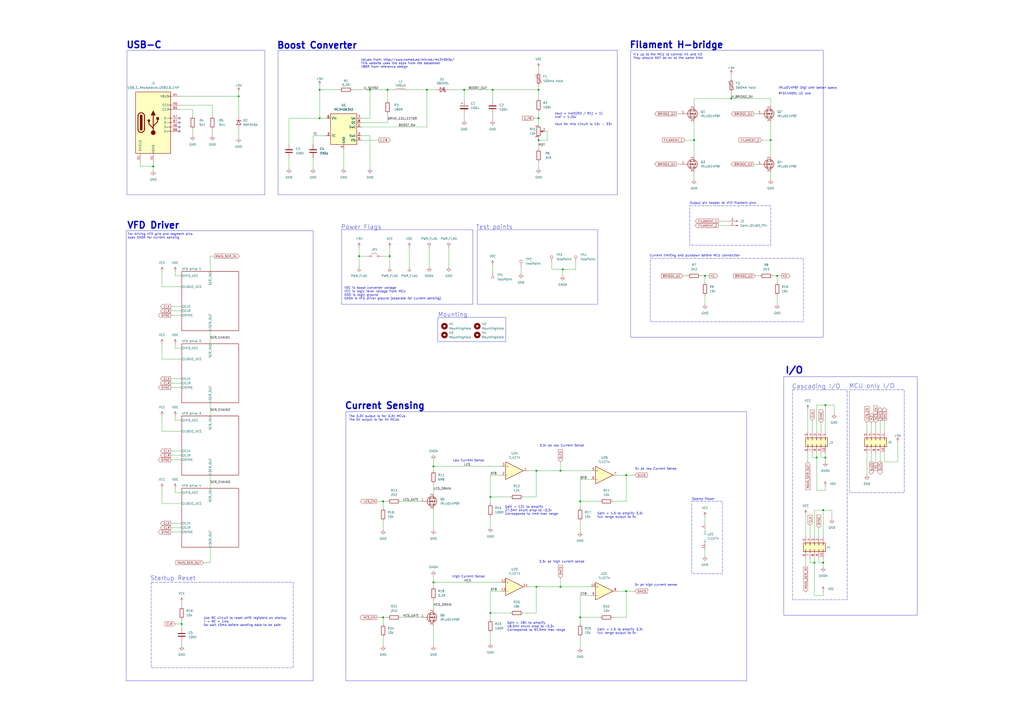
<source format=kicad_sch>
(kicad_sch (version 20250114) (generator "eeschema") (generator_version "9.0")
  (paper "A2")
  (title_block (title "Generic VFD Driver Schematic") (date "2025-08-26") (rev "1.0.0") (company "ENEL200") (comment 1 "LWQ"))
  (rectangle (start 365.76 29.21) (end 477.52 195.58))
  (rectangle (start 459.74 226.06) (end 491.49 347.98) (stroke (width 0) (type dash)))
  (rectangle (start 254 184.15) (end 293.37 198.12))
  (rectangle (start 454.66 218.44) (end 532.13 356.87))
  (rectangle (start 401.32 290.83) (end 419.1 332.74) (stroke (width 0) (type dash)))
  (rectangle (start 73.152 133.858) (end 181.61 394.97))
  (rectangle (start 161.29 29.21) (end 358.14 113.03))
  (rectangle (start 492.76 226.06) (end 524.51 285.75) (stroke (width 0) (type dash)))
  (rectangle (start 200.66 238.76) (end 433.07 394.97))
  (rectangle (start 87.63 337.82) (end 170.18 387.35) (stroke (width 0) (type dash)))
  (rectangle (start 73.66 29.21) (end 153.67 113.03))
  (rectangle (start 400.05 119.38) (end 447.04 142.24) (stroke (width 0) (type dash)))
  (rectangle (start 198.12 133.35) (end 274.32 176.53))
  (rectangle (start 276.86 133.35) (end 346.71 176.53))
  (rectangle (start 377.19 149.86) (end 466.09 186.69) (stroke (width 0) (type dash)))
  (text "3.3v pk low Current Sense" (at 325.882 258.572 0) (effects (font (size 1.27 1.27))))
  (text "5v pk high current sense" (at 380.492 339.344 0) (effects (font (size 1.27 1.27))))
  (text "Values from: http://www.nomad.ee/micros/mc34063a/\nThis website uses the eqns from the datasheet\n180R from reference design" (at 209.296 36.83 0) (effects (font (size 1.27 1.27)) (justify left)))
  (text "Vout = Vref((R2 / R1) + 1)\nVref = 1.25v\n\nVout for this circuit is 10v - 33v" (at 321.818 72.898 0) (effects (font (size 1.27 1.27)) (justify left bottom)))
  (text "Startup Reset" (at 100.33 335.534 0) (effects (font (size 2.54 2.54))))
  (text "MCU only I/O" (at 505.714 224.028 0) (effects (font (size 2.54 2.54))))
  (text "VDC is boost converter voltage\nVCC is logic level voltage from MCU\nGND is logic ground\nGNDA is VFD driver ground (seperate for current sensing)" (at 199.644 170.18 0) (effects (font (size 1.27 1.27)) (justify left)))
  (text "The 3.3V output is for 3.3V MCUs\nThe 5V output is for 5V MCUs" (at 202.438 242.57 0) (effects (font (size 1.27 1.27)) (justify left)))
  (text "Power Flags" (at 209.55 131.826 0) (effects (font (size 2.54 2.54))))
  (text "Gain = 181 to amplify\n18.3mV shunt drop to ~3.3v\nCorresponds to 91.5mA max range" (at 294.132 363.474 0) (effects (font (size 1.27 1.27)) (justify left)))
  (text "IRLU014PBF Digi with better specs" (at 468.63 51.054 0) (effects (font (size 1.27 1.27))))
  (text "5v pk low Current Sense" (at 380.492 272.034 0) (effects (font (size 1.27 1.27))))
  (text "3.3v pk high current sense" (at 325.882 325.882 0) (effects (font (size 1.27 1.27))))
  (text "I/O" (at 460.756 214.884 0) (effects (font (size 3.81 3.81) (thickness 0.762) (bold yes))))
  (text "Filament H-bridge" (at 392.43 26.162 0) (effects (font (size 3.81 3.81) (thickness 0.762) (bold yes))))
  (text "High Current Sense" (at 271.78 334.518 0) (effects (font (size 1.27 1.27))))
  (text "Mounting" (at 262.636 182.626 0) (effects (font (size 2.54 2.54))))
  (text "Opamp Power" (at 407.924 289.56 0) (effects (font (size 1.27 1.27))))
  (text "Low Current Sense" (at 271.78 267.208 0) (effects (font (size 1.27 1.27))))
  (text "For driving VFD grid and segment pins\nUses GNDA for current sensing" (at 73.914 136.906 0) (effects (font (size 1.27 1.27)) (justify left)))
  (text "VFD Driver" (at 88.9 130.81 0) (effects (font (size 3.81 3.81) (thickness 0.762) (bold yes))))
  (text "Cascading I/O" (at 473.456 224.282 0) (effects (font (size 2.54 2.54))))
  (text "Current Sensing" (at 223.266 235.458 0) (effects (font (size 3.81 3.81) (thickness 0.762) (bold yes))))
  (text "Use RC circuit to reset shift registers on startup\nT = RC = 1ms\nSo wait 10ms before sending data to be safe" (at 118.11 360.68 0) (effects (font (size 1.27 1.27)) (justify left)))
  (text "Gain = 1.5 to amplify 3.3v\nfull range output to 5v" (at 346.456 298.958 0) (effects (font (size 1.27 1.27)) (justify left)))
  (text "Gain = 121 to amplify\n27.3mV shunt drop to ~3.3v\nCorresponds to 4mA max range" (at 292.862 296.164 0) (effects (font (size 1.27 1.27)) (justify left)))
  (text "USB-C" (at 83.566 26.162 0) (effects (font (size 3.81 3.81) (thickness 0.762) (bold yes))))
  (text "Current limiting and pulldown before MCU connection" (at 403.098 148.336 0) (effects (font (size 1.27 1.27))))
  (text "Test points" (at 286.766 131.826 0) (effects (font (size 2.54 2.54))))
  (text "It's up to the MCU to control H1 and H2\nThey should NOT be on at the same time" (at 367.284 32.766 0) (effects (font (size 1.27 1.27)) (justify left)))
  (text "Gain = 1.5 to amplify 3.3v\nfull range output to 5v" (at 346.456 366.268 0) (effects (font (size 1.27 1.27)) (justify left)))
  (text "Output pin header to VFD filament pins" (at 419.354 117.856 0) (effects (font (size 1.27 1.27))))
  (text "RFD14N05L UC one" (at 461.01 54.356 0) (effects (font (size 1.27 1.27))))
  (text "Boost Converter" (at 183.896 26.416 0) (effects (font (size 3.81 3.81) (thickness 0.762) (bold yes))))
  (junction (at 402.59 81.28))
  (junction (at 450.85 160.02))
  (junction (at 185.42 52.07))
  (junction (at 363.22 275.59))
  (junction (at 247.65 52.07))
  (junction (at 363.22 342.9))
  (junction (at 285.75 52.07))
  (junction (at 477.52 295.91))
  (junction (at 478.79 265.43))
  (junction (at 312.42 81.28))
  (junction (at 312.42 52.07))
  (junction (at 336.55 290.83))
  (junction (at 473.71 265.43))
  (junction (at 477.52 326.39))
  (junction (at 311.15 273.05))
  (junction (at 478.79 234.95))
  (junction (at 447.04 81.28))
  (junction (at 251.46 270.51))
  (junction (at 226.06 148.59))
  (junction (at 284.48 355.6))
  (junction (at 185.42 68.58))
  (junction (at 138.43 55.88))
  (junction (at 408.94 160.02))
  (junction (at 472.44 326.39))
  (junction (at 424.18 57.15))
  (junction (at 336.55 358.14))
  (junction (at 222.25 358.14))
  (junction (at 105.41 361.95))
  (junction (at 312.42 68.58))
  (junction (at 284.48 288.29))
  (junction (at 269.24 52.07))
  (junction (at 224.79 52.07))
  (junction (at 311.15 340.36))
  (junction (at 208.28 148.59))
  (junction (at 251.46 337.82))
  (junction (at 326.39 156.21))
  (junction (at 214.63 52.07))
  (junction (at 325.12 340.36))
  (junction (at 222.25 290.83))
  (junction (at 88.9 96.52))
  (junction (at 325.12 273.05))
  (no_connect (at 104.14 68.58))
  (no_connect (at 104.14 71.12))
  (no_connect (at 104.14 73.66))
  (no_connect (at 104.14 76.2))
  (wire (pts (xy 302.26 154.94) (xy 302.26 158.75)))
  (wire (pts (xy 320.04 156.21) (xy 320.04 152.4)))
  (wire (pts (xy 185.42 52.07) (xy 196.85 52.07)))
  (wire (pts (xy 185.42 52.07) (xy 185.42 68.58)))
  (wire (pts (xy 483.87 234.95) (xy 483.87 240.03)))
  (wire (pts (xy 284.48 299.72) (xy 284.48 306.07)))
  (wire (pts (xy 101.6 243.84) (xy 101.6 241.3)))
  (wire (pts (xy 204.47 52.07) (xy 214.63 52.07)))
  (wire (pts (xy 105.41 243.84) (xy 101.6 243.84)))
  (wire (pts (xy 520.7 256.54) (xy 520.7 267.97)))
  (wire (pts (xy 226.06 143.51) (xy 226.06 148.59)))
  (wire (pts (xy 248.92 154.94) (xy 248.92 143.51)))
  (wire (pts (xy 111.76 63.5) (xy 104.14 63.5)))
  (wire (pts (xy 436.88 95.25) (xy 439.42 95.25)))
  (wire (pts (xy 472.44 311.15) (xy 472.44 295.91)))
  (wire (pts (xy 363.22 290.83) (xy 363.22 275.59)))
  (wire (pts (xy 336.55 358.14) (xy 347.98 358.14)))
  (wire (pts (xy 251.46 280.67) (xy 251.46 285.75)))
  (wire (pts (xy 508 262.89) (xy 508 267.97)))
  (wire (pts (xy 424.18 53.34) (xy 424.18 57.15)))
  (wire (pts (xy 472.44 345.44) (xy 472.44 326.39)))
  (wire (pts (xy 101.6 285.75) (xy 101.6 283.21)))
  (wire (pts (xy 469.9 304.8) (xy 469.9 311.15)))
  (wire (pts (xy 285.75 66.04) (xy 285.75 69.85)))
  (wire (pts (xy 505.46 245.11) (xy 505.46 250.19)))
  (wire (pts (xy 513.08 243.84) (xy 513.08 250.19)))
  (wire (pts (xy 111.76 74.93) (xy 111.76 78.74)))
  (wire (pts (xy 104.14 60.96) (xy 123.19 60.96)))
  (wire (pts (xy 312.42 81.28) (xy 312.42 80.01)))
  (wire (pts (xy 185.42 49.53) (xy 185.42 52.07)))
  (wire (pts (xy 447.04 71.12) (xy 447.04 81.28)))
  (wire (pts (xy 473.71 284.48) (xy 473.71 265.43)))
  (wire (pts (xy 284.48 288.29) (xy 284.48 275.59)))
  (wire (pts (xy 93.98 241.3) (xy 93.98 250.19)))
  (wire (pts (xy 251.46 363.22) (xy 251.46 374.65)))
  (wire (pts (xy 284.48 288.29) (xy 295.91 288.29)))
  (wire (pts (xy 121.92 275.59) (xy 121.92 283.21)))
  (wire (pts (xy 408.94 163.83) (xy 408.94 160.02)))
  (wire (pts (xy 325.12 267.97) (xy 325.12 273.05)))
  (wire (pts (xy 311.15 340.36) (xy 325.12 340.36)))
  (wire (pts (xy 226.06 148.59) (xy 226.06 154.94)))
  (wire (pts (xy 312.42 68.58) (xy 312.42 72.39)))
  (wire (pts (xy 467.36 323.85) (xy 467.36 328.93)))
  (wire (pts (xy 93.98 250.19) (xy 105.41 250.19)))
  (wire (pts (xy 218.44 290.83) (xy 222.25 290.83)))
  (wire (pts (xy 472.44 295.91) (xy 477.52 295.91)))
  (wire (pts (xy 251.46 270.51) (xy 290.83 270.51)))
  (wire (pts (xy 478.79 262.89) (xy 478.79 265.43)))
  (wire (pts (xy 441.96 81.28) (xy 447.04 81.28)))
  (wire (pts (xy 222.25 358.14) (xy 224.79 358.14)))
  (wire (pts (xy 334.01 152.4) (xy 334.01 156.21)))
  (wire (pts (xy 477.52 295.91) (xy 482.6 295.91)))
  (wire (pts (xy 416.56 130.81) (xy 422.91 130.81)))
  (wire (pts (xy 478.79 234.95) (xy 478.79 250.19)))
  (wire (pts (xy 312.42 39.37) (xy 312.42 41.91)))
  (wire (pts (xy 311.15 355.6) (xy 311.15 340.36)))
  (wire (pts (xy 408.94 318.77) (xy 408.94 322.58)))
  (wire (pts (xy 450.85 163.83) (xy 450.85 160.02)))
  (wire (pts (xy 189.23 68.58) (xy 185.42 68.58)))
  (wire (pts (xy 218.44 358.14) (xy 222.25 358.14)))
  (wire (pts (xy 232.41 358.14) (xy 243.84 358.14)))
  (wire (pts (xy 472.44 326.39) (xy 469.9 326.39)))
  (wire (pts (xy 316.23 76.2) (xy 317.5 76.2)))
  (wire (pts (xy 105.41 372.11) (xy 105.41 374.65)))
  (wire (pts (xy 476.25 262.89) (xy 476.25 265.43)))
  (wire (pts (xy 247.65 73.66) (xy 247.65 52.07)))
  (wire (pts (xy 105.41 285.75) (xy 101.6 285.75)))
  (wire (pts (xy 123.19 60.96) (xy 123.19 67.31)))
  (wire (pts (xy 121.92 191.77) (xy 121.92 199.39)))
  (wire (pts (xy 93.98 199.39) (xy 93.98 208.28)))
  (wire (pts (xy 467.36 298.45) (xy 467.36 311.15)))
  (wire (pts (xy 222.25 369.57) (xy 222.25 374.65)))
  (wire (pts (xy 138.43 74.93) (xy 138.43 80.01)))
  (wire (pts (xy 402.59 81.28) (xy 402.59 90.17)))
  (wire (pts (xy 81.28 96.52) (xy 81.28 93.98)))
  (wire (pts (xy 336.55 302.26) (xy 336.55 308.61)))
  (wire (pts (xy 284.48 355.6) (xy 295.91 355.6)))
  (wire (pts (xy 99.06 219.71) (xy 105.41 219.71)))
  (wire (pts (xy 336.55 290.83) (xy 347.98 290.83)))
  (wire (pts (xy 222.25 294.64) (xy 222.25 290.83)))
  (wire (pts (xy 471.17 265.43) (xy 471.17 262.89)))
  (wire (pts (xy 224.79 66.04) (xy 224.79 71.12)))
  (wire (pts (xy 336.55 294.64) (xy 336.55 290.83)))
  (wire (pts (xy 285.75 153.67) (xy 285.75 157.48)))
  (wire (pts (xy 505.46 262.89) (xy 505.46 267.97)))
  (wire (pts (xy 99.06 303.53) (xy 105.41 303.53)))
  (wire (pts (xy 355.6 290.83) (xy 363.22 290.83)))
  (wire (pts (xy 269.24 52.07) (xy 285.75 52.07)))
  (wire (pts (xy 138.43 55.88) (xy 138.43 53.34)))
  (wire (pts (xy 477.52 345.44) (xy 477.52 342.9)))
  (wire (pts (xy 93.98 166.37) (xy 105.41 166.37)))
  (wire (pts (xy 477.52 295.91) (xy 477.52 311.15)))
  (wire (pts (xy 181.61 91.44) (xy 181.61 97.79)))
  (wire (pts (xy 121.92 233.68) (xy 121.92 241.3)))
  (wire (pts (xy 88.9 96.52) (xy 88.9 99.06)))
  (wire (pts (xy 311.15 288.29) (xy 311.15 273.05)))
  (wire (pts (xy 93.98 157.48) (xy 93.98 166.37)))
  (wire (pts (xy 105.41 160.02) (xy 101.6 160.02)))
  (wire (pts (xy 363.22 358.14) (xy 363.22 342.9)))
  (wire (pts (xy 269.24 66.04) (xy 269.24 69.85)))
  (wire (pts (xy 303.53 288.29) (xy 311.15 288.29)))
  (wire (pts (xy 93.98 283.21) (xy 93.98 292.1)))
  (wire (pts (xy 251.46 337.82) (xy 290.83 337.82)))
  (wire (pts (xy 303.53 355.6) (xy 311.15 355.6)))
  (wire (pts (xy 334.01 156.21) (xy 326.39 156.21)))
  (wire (pts (xy 325.12 273.05) (xy 342.9 273.05)))
  (wire (pts (xy 477.52 326.39) (xy 477.52 328.93)))
  (wire (pts (xy 167.64 91.44) (xy 167.64 97.79)))
  (wire (pts (xy 478.79 284.48) (xy 478.79 281.94)))
  (wire (pts (xy 181.61 83.82) (xy 181.61 78.74)))
  (wire (pts (xy 105.41 361.95) (xy 105.41 364.49)))
  (wire (pts (xy 325.12 335.28) (xy 325.12 340.36)))
  (wire (pts (xy 105.41 359.41) (xy 105.41 361.95)))
  (wire (pts (xy 520.7 267.97) (xy 513.08 267.97)))
  (wire (pts (xy 99.06 182.88) (xy 105.41 182.88)))
  (wire (pts (xy 474.98 323.85) (xy 474.98 326.39)))
  (wire (pts (xy 447.04 100.33) (xy 447.04 104.14)))
  (wire (pts (xy 312.42 93.98) (xy 312.42 97.79)))
  (wire (pts (xy 209.55 81.28) (xy 219.71 81.28)))
  (wire (pts (xy 208.28 148.59) (xy 212.09 148.59)))
  (wire (pts (xy 312.42 64.77) (xy 312.42 68.58)))
  (wire (pts (xy 326.39 156.21) (xy 320.04 156.21)))
  (wire (pts (xy 513.08 267.97) (xy 513.08 262.89)))
  (wire (pts (xy 260.35 52.07) (xy 269.24 52.07)))
  (wire (pts (xy 224.79 52.07) (xy 228.6 52.07)))
  (wire (pts (xy 402.59 57.15) (xy 424.18 57.15)))
  (wire (pts (xy 284.48 292.1) (xy 284.48 288.29)))
  (wire (pts (xy 473.71 250.19) (xy 473.71 234.95)))
  (wire (pts (xy 284.48 355.6) (xy 284.48 342.9)))
  (wire (pts (xy 209.55 73.66) (xy 247.65 73.66)))
  (wire (pts (xy 474.98 306.07) (xy 474.98 311.15)))
  (wire (pts (xy 121.92 326.39) (xy 118.11 326.39)))
  (wire (pts (xy 325.12 340.36) (xy 342.9 340.36)))
  (wire (pts (xy 477.52 345.44) (xy 472.44 345.44)))
  (wire (pts (xy 209.55 71.12) (xy 224.79 71.12)))
  (wire (pts (xy 99.06 264.16) (xy 105.41 264.16)))
  (wire (pts (xy 468.63 237.49) (xy 468.63 250.19)))
  (wire (pts (xy 438.15 160.02) (xy 440.69 160.02)))
  (wire (pts (xy 476.25 245.11) (xy 476.25 250.19)))
  (wire (pts (xy 508 245.11) (xy 508 250.19)))
  (wire (pts (xy 99.06 177.8) (xy 105.41 177.8)))
  (wire (pts (xy 199.39 86.36) (xy 199.39 97.79)))
  (wire (pts (xy 167.64 68.58) (xy 167.64 83.82)))
  (wire (pts (xy 284.48 359.41) (xy 284.48 355.6)))
  (wire (pts (xy 402.59 57.15) (xy 402.59 60.96)))
  (wire (pts (xy 424.18 43.18) (xy 424.18 45.72)))
  (wire (pts (xy 317.5 81.28) (xy 312.42 81.28)))
  (wire (pts (xy 121.92 148.59) (xy 121.92 157.48)))
  (wire (pts (xy 93.98 208.28) (xy 105.41 208.28)))
  (wire (pts (xy 436.88 66.04) (xy 439.42 66.04)))
  (wire (pts (xy 99.06 261.62) (xy 105.41 261.62)))
  (wire (pts (xy 478.79 234.95) (xy 483.87 234.95)))
  (wire (pts (xy 222.25 290.83) (xy 224.79 290.83)))
  (wire (pts (xy 408.94 299.72) (xy 408.94 303.53)))
  (wire (pts (xy 363.22 342.9) (xy 368.3 342.9)))
  (wire (pts (xy 336.55 278.13) (xy 342.9 278.13)))
  (wire (pts (xy 111.76 67.31) (xy 111.76 63.5)))
  (wire (pts (xy 502.92 245.11) (xy 502.92 250.19)))
  (wire (pts (xy 214.63 78.74) (xy 214.63 97.79)))
  (wire (pts (xy 251.46 270.51) (xy 251.46 273.05)))
  (wire (pts (xy 123.19 74.93) (xy 123.19 78.74)))
  (wire (pts (xy 88.9 96.52) (xy 81.28 96.52)))
  (wire (pts (xy 251.46 266.7) (xy 251.46 270.51)))
  (wire (pts (xy 478.79 265.43) (xy 476.25 265.43)))
  (wire (pts (xy 311.15 273.05) (xy 325.12 273.05)))
  (wire (pts (xy 214.63 52.07) (xy 224.79 52.07)))
  (wire (pts (xy 104.14 55.88) (xy 138.43 55.88)))
  (wire (pts (xy 93.98 292.1) (xy 105.41 292.1)))
  (wire (pts (xy 124.46 148.59) (xy 121.92 148.59)))
  (wire (pts (xy 312.42 81.28) (xy 312.42 86.36)))
  (wire (pts (xy 285.75 52.07) (xy 285.75 58.42)))
  (wire (pts (xy 105.41 201.93) (xy 101.6 201.93)))
  (wire (pts (xy 167.64 68.58) (xy 185.42 68.58)))
  (wire (pts (xy 473.71 265.43) (xy 471.17 265.43)))
  (wire (pts (xy 510.54 243.84) (xy 510.54 250.19)))
  (wire (pts (xy 208.28 148.59) (xy 208.28 154.94)))
  (wire (pts (xy 99.06 222.25) (xy 105.41 222.25)))
  (wire (pts (xy 392.43 66.04) (xy 394.97 66.04)))
  (wire (pts (xy 478.79 265.43) (xy 478.79 267.97)))
  (wire (pts (xy 121.92 317.5) (xy 121.92 326.39)))
  (wire (pts (xy 468.63 262.89) (xy 468.63 267.97)))
  (wire (pts (xy 311.15 273.05) (xy 306.07 273.05)))
  (wire (pts (xy 222.25 148.59) (xy 226.06 148.59)))
  (wire (pts (xy 101.6 201.93) (xy 101.6 199.39)))
  (wire (pts (xy 472.44 326.39) (xy 472.44 323.85)))
  (wire (pts (xy 408.94 171.45) (xy 408.94 176.53)))
  (wire (pts (xy 336.55 369.57) (xy 336.55 375.92)))
  (wire (pts (xy 473.71 265.43) (xy 473.71 262.89)))
  (wire (pts (xy 477.52 326.39) (xy 474.98 326.39)))
  (wire (pts (xy 402.59 100.33) (xy 402.59 104.14)))
  (wire (pts (xy 448.31 160.02) (xy 450.85 160.02)))
  (wire (pts (xy 251.46 295.91) (xy 251.46 307.34)))
  (wire (pts (xy 99.06 308.61) (xy 105.41 308.61)))
  (wire (pts (xy 336.55 290.83) (xy 336.55 278.13)))
  (wire (pts (xy 408.94 160.02) (xy 411.48 160.02)))
  (wire (pts (xy 232.41 290.83) (xy 243.84 290.83)))
  (wire (pts (xy 312.42 49.53) (xy 312.42 52.07)))
  (wire (pts (xy 105.41 349.25) (xy 105.41 351.79)))
  (wire (pts (xy 88.9 93.98) (xy 88.9 96.52)))
  (wire (pts (xy 99.06 224.79) (xy 105.41 224.79)))
  (wire (pts (xy 469.9 326.39) (xy 469.9 323.85)))
  (wire (pts (xy 181.61 78.74) (xy 189.23 78.74)))
  (wire (pts (xy 336.55 358.14) (xy 336.55 345.44)))
  (wire (pts (xy 284.48 367.03) (xy 284.48 373.38)))
  (wire (pts (xy 247.65 52.07) (xy 252.73 52.07)))
  (wire (pts (xy 101.6 361.95) (xy 105.41 361.95)))
  (wire (pts (xy 224.79 58.42) (xy 224.79 52.07)))
  (wire (pts (xy 392.43 95.25) (xy 394.97 95.25)))
  (wire (pts (xy 311.15 340.36) (xy 306.07 340.36)))
  (wire (pts (xy 363.22 275.59) (xy 358.14 275.59)))
  (wire (pts (xy 477.52 323.85) (xy 477.52 326.39)))
  (wire (pts (xy 447.04 81.28) (xy 447.04 90.17)))
  (wire (pts (xy 402.59 71.12) (xy 402.59 81.28)))
  (wire (pts (xy 222.25 361.95) (xy 222.25 358.14)))
  (wire (pts (xy 473.71 234.95) (xy 478.79 234.95)))
  (wire (pts (xy 309.88 68.58) (xy 312.42 68.58)))
  (wire (pts (xy 363.22 275.59) (xy 368.3 275.59)))
  (wire (pts (xy 251.46 347.98) (xy 251.46 353.06)))
  (wire (pts (xy 208.28 143.51) (xy 208.28 148.59)))
  (wire (pts (xy 502.92 262.89) (xy 502.92 275.59)))
  (wire (pts (xy 138.43 55.88) (xy 138.43 67.31)))
  (wire (pts (xy 416.56 128.27) (xy 422.91 128.27)))
  (wire (pts (xy 101.6 160.02) (xy 101.6 157.48)))
  (wire (pts (xy 209.55 78.74) (xy 214.63 78.74)))
  (wire (pts (xy 222.25 302.26) (xy 222.25 307.34)))
  (wire (pts (xy 237.49 143.51) (xy 237.49 154.94)))
  (wire (pts (xy 478.79 284.48) (xy 473.71 284.48)))
  (wire (pts (xy 336.55 345.44) (xy 342.9 345.44)))
  (wire (pts (xy 317.5 76.2) (xy 317.5 81.28)))
  (wire (pts (xy 450.85 171.45) (xy 450.85 176.53)))
  (wire (pts (xy 285.75 52.07) (xy 312.42 52.07)))
  (wire (pts (xy 99.06 306.07) (xy 105.41 306.07)))
  (wire (pts (xy 209.55 68.58) (xy 214.63 68.58)))
  (wire (pts (xy 482.6 295.91) (xy 482.6 300.99)))
  (wire (pts (xy 99.06 180.34) (xy 105.41 180.34)))
  (wire (pts (xy 471.17 243.84) (xy 471.17 250.19)))
  (wire (pts (xy 284.48 342.9) (xy 290.83 342.9)))
  (wire (pts (xy 312.42 52.07) (xy 312.42 57.15)))
  (wire (pts (xy 214.63 68.58) (xy 214.63 52.07)))
  (wire (pts (xy 251.46 337.82) (xy 251.46 340.36)))
  (wire (pts (xy 450.85 160.02) (xy 453.39 160.02)))
  (wire (pts (xy 397.51 81.28) (xy 402.59 81.28)))
  (wire (pts (xy 396.24 160.02) (xy 398.78 160.02)))
  (wire (pts (xy 251.46 334.01) (xy 251.46 337.82)))
  (wire (pts (xy 424.18 57.15) (xy 447.04 57.15)))
  (wire (pts (xy 406.4 160.02) (xy 408.94 160.02)))
  (wire (pts (xy 260.35 154.94) (xy 260.35 143.51)))
  (wire (pts (xy 269.24 52.07) (xy 269.24 58.42)))
  (wire (pts (xy 284.48 275.59) (xy 290.83 275.59)))
  (wire (pts (xy 355.6 358.14) (xy 363.22 358.14)))
  (wire (pts (xy 99.06 266.7) (xy 105.41 266.7)))
  (wire (pts (xy 236.22 52.07) (xy 247.65 52.07)))
  (wire (pts (xy 447.04 57.15) (xy 447.04 60.96)))
  (wire (pts (xy 510.54 262.89) (xy 510.54 267.97)))
  (wire (pts (xy 336.55 361.95) (xy 336.55 358.14)))
  (wire (pts (xy 326.39 160.02) (xy 326.39 156.21)))
  (wire (pts (xy 363.22 342.9) (xy 358.14 342.9)))
  (label "DRIVE_COLLECTOR" (at 224.79 69.85 0))
  (label "SER_CHAIN1" (at 121.92 196.85 0))
  (label "SER_CHAIN3" (at 121.92 280.67 0))
  (label "BOOST_OUT" (at 271.78 52.07 0))
  (label "BFB" (at 336.55 278.13 0))
  (label "BOOST_SW" (at 231.14 73.66 0))
  (label "IL_SENSE" (at 210.82 52.07 0))
  (label "POT" (at 312.42 85.09 0))
  (label "HCS_DRAIN" (at 251.46 351.79 0))
  (label "LCS_GATE" (at 233.68 290.83 0))
  (label "SER_CHAIN2" (at 121.92 238.76 0))
  (label "LCS" (at 269.24 270.51 0))
  (label "LCS_DRAIN" (at 251.46 284.48 0))
  (label "TC" (at 181.61 78.74 0))
  (label "AFB" (at 284.48 275.59 0))
  (label "HCS" (at 269.24 337.82 0))
  (label "HCS_GATE" (at 233.68 358.14 0))
  (label "H_BRIDGE_5V" (at 424.18 57.15 0))
  (label "DFB" (at 284.48 342.9 0))
  (label "CFB" (at 336.55 345.44 0))
  (global_label "BRIDGE_G2" (shape input) (at 438.15 160.02 180) (property "Intersheetrefs" "${INTERSHEET_REFS}" (effects (hide yes))))
  (global_label "CLK" (shape input) (at 471.17 243.84 90) (property "Intersheetrefs" "${INTERSHEET_REFS}" (effects (hide yes))))
  (global_label "H2" (shape input) (at 505.46 245.11 90) (property "Intersheetrefs" "${INTERSHEET_REFS}" (effects (hide yes))))
  (global_label "BRIDGE_G2" (shape output) (at 436.88 95.25 180) (property "Intersheetrefs" "${INTERSHEET_REFS}" (effects (hide yes))))
  (global_label "CLK" (shape output) (at 99.06 219.71 180) (property "Intersheetrefs" "${INTERSHEET_REFS}" (effects (hide yes))))
  (global_label "CLK" (shape output) (at 99.06 303.53 180) (property "Intersheetrefs" "${INTERSHEET_REFS}" (effects (hide yes))))
  (global_label "FILAMENT_2" (shape output) (at 416.56 130.81 180) (property "Intersheetrefs" "${INTERSHEET_REFS}" (effects (hide yes))))
  (global_label "5LCS" (shape input) (at 368.3 275.59 0) (property "Intersheetrefs" "${INTERSHEET_REFS}" (effects (hide yes))))
  (global_label "BRIDGE_G1" (shape input) (at 396.24 160.02 180) (property "Intersheetrefs" "${INTERSHEET_REFS}" (effects (hide yes))))
  (global_label "5HCS" (shape input) (at 368.3 342.9 0) (property "Intersheetrefs" "${INTERSHEET_REFS}" (effects (hide yes))))
  (global_label "3LCS" (shape output) (at 510.54 267.97 270) (property "Intersheetrefs" "${INTERSHEET_REFS}" (effects (hide yes))))
  (global_label "CLK" (shape input) (at 469.9 304.8 90) (property "Intersheetrefs" "${INTERSHEET_REFS}" (effects (hide yes))))
  (global_label "MAIN_SER_OUT" (shape input) (at 468.63 267.97 270) (property "Intersheetrefs" "${INTERSHEET_REFS}" (effects (hide yes))))
  (global_label "MAIN_SER_OUT" (shape input) (at 118.11 326.39 180) (property "Intersheetrefs" "${INTERSHEET_REFS}" (effects (hide yes))))
  (global_label "LCS_EN" (shape input) (at 502.92 245.11 90) (property "Intersheetrefs" "${INTERSHEET_REFS}" (effects (hide yes))))
  (global_label "5HCS" (shape output) (at 513.08 243.84 90) (property "Intersheetrefs" "${INTERSHEET_REFS}" (effects (hide yes))))
  (global_label "CLR" (shape output) (at 99.06 306.07 180) (property "Intersheetrefs" "${INTERSHEET_REFS}" (effects (hide yes))))
  (global_label "SYNC" (shape output) (at 99.06 224.79 180) (property "Intersheetrefs" "${INTERSHEET_REFS}" (effects (hide yes))))
  (global_label "BRIDGE_G1" (shape output) (at 392.43 95.25 180) (property "Intersheetrefs" "${INTERSHEET_REFS}" (effects (hide yes))))
  (global_label "H1" (shape input) (at 508 267.97 270) (property "Intersheetrefs" "${INTERSHEET_REFS}" (effects (hide yes))))
  (global_label "FILAMENT_1" (shape output) (at 416.56 128.27 180) (property "Intersheetrefs" "${INTERSHEET_REFS}" (effects (hide yes))))
  (global_label "CLR" (shape input) (at 101.6 361.95 180) (property "Intersheetrefs" "${INTERSHEET_REFS}" (effects (hide yes))))
  (global_label "FILAMENT_1" (shape input) (at 397.51 81.28 180) (property "Intersheetrefs" "${INTERSHEET_REFS}" (effects (hide yes))))
  (global_label "3HCS" (shape input) (at 325.12 335.28 90) (property "Intersheetrefs" "${INTERSHEET_REFS}" (effects (hide yes))))
  (global_label "HCS_EN" (shape input) (at 508 245.11 90) (property "Intersheetrefs" "${INTERSHEET_REFS}" (effects (hide yes))))
  (global_label "CLR" (shape output) (at 99.06 222.25 180) (property "Intersheetrefs" "${INTERSHEET_REFS}" (effects (hide yes))))
  (global_label "SYNC" (shape output) (at 99.06 266.7 180) (property "Intersheetrefs" "${INTERSHEET_REFS}" (effects (hide yes))))
  (global_label "CLR" (shape output) (at 99.06 180.34 180) (property "Intersheetrefs" "${INTERSHEET_REFS}" (effects (hide yes))))
  (global_label "SYNC" (shape output) (at 99.06 308.61 180) (property "Intersheetrefs" "${INTERSHEET_REFS}" (effects (hide yes))))
  (global_label "FILAMENT_2" (shape input) (at 441.96 81.28 180) (property "Intersheetrefs" "${INTERSHEET_REFS}" (effects (hide yes))))
  (global_label "H1" (shape output) (at 411.48 160.02 0) (property "Intersheetrefs" "${INTERSHEET_REFS}" (effects (hide yes))))
  (global_label "SYNC" (shape input) (at 474.98 306.07 90) (property "Intersheetrefs" "${INTERSHEET_REFS}" (effects (hide yes))))
  (global_label "CLK" (shape output) (at 99.06 261.62 180) (property "Intersheetrefs" "${INTERSHEET_REFS}" (effects (hide yes))))
  (global_label "CLK" (shape output) (at 99.06 177.8 180) (property "Intersheetrefs" "${INTERSHEET_REFS}" (effects (hide yes))))
  (global_label "3HCS" (shape output) (at 510.54 243.84 90) (property "Intersheetrefs" "${INTERSHEET_REFS}" (effects (hide yes))))
  (global_label "5LCS" (shape output) (at 505.46 267.97 270) (property "Intersheetrefs" "${INTERSHEET_REFS}" (effects (hide yes))))
  (global_label "V_FB" (shape input) (at 309.88 68.58 180) (property "Intersheetrefs" "${INTERSHEET_REFS}" (effects (hide yes))))
  (global_label "LCS_EN" (shape output) (at 218.44 290.83 180) (property "Intersheetrefs" "${INTERSHEET_REFS}" (effects (hide yes))))
  (global_label "3LCS" (shape input) (at 325.12 267.97 90) (property "Intersheetrefs" "${INTERSHEET_REFS}" (effects (hide yes))))
  (global_label "H2" (shape output) (at 453.39 160.02 0) (property "Intersheetrefs" "${INTERSHEET_REFS}" (effects (hide yes))))
  (global_label "V_FB" (shape output) (at 219.71 81.28 0) (property "Intersheetrefs" "${INTERSHEET_REFS}" (effects (hide yes))))
  (global_label "BRIDGE_G2" (shape output) (at 392.43 66.04 180) (property "Intersheetrefs" "${INTERSHEET_REFS}" (effects (hide yes))))
  (global_label "MAIN_SER_IN" (shape output) (at 124.46 148.59 0) (property "Intersheetrefs" "${INTERSHEET_REFS}" (effects (hide yes))))
  (global_label "SYNC" (shape input) (at 476.25 245.11 90) (property "Intersheetrefs" "${INTERSHEET_REFS}" (effects (hide yes))))
  (global_label "HCS_EN" (shape output) (at 218.44 358.14 180) (property "Intersheetrefs" "${INTERSHEET_REFS}" (effects (hide yes))))
  (global_label "SYNC" (shape output) (at 99.06 182.88 180) (property "Intersheetrefs" "${INTERSHEET_REFS}" (effects (hide yes))))
  (global_label "MAIN_SER_IN" (shape output) (at 467.36 328.93 270) (property "Intersheetrefs" "${INTERSHEET_REFS}" (effects (hide yes))))
  (global_label "BRIDGE_G1" (shape output) (at 436.88 66.04 180) (property "Intersheetrefs" "${INTERSHEET_REFS}" (effects (hide yes))))
  (global_label "CLR" (shape output) (at 99.06 264.16 180) (property "Intersheetrefs" "${INTERSHEET_REFS}" (effects (hide yes))))
  (symbol (lib_id "power:GND") (at 312.42 97.79 0) (unit 1)
    (property "Reference" "#PWR014" (effects (hide yes)))
    (property "Value" "GND" (at 312.42 102.87 0))
    (property "Description" "Power symbol creates a global label with name \"GND\" , ground" (effects (hide yes)))
  )
  (symbol (lib_id "power:GND") (at 447.04 104.14 0) (unit 1)
    (property "Reference" "#PWR017" (effects (hide yes)))
    (property "Value" "GND" (at 447.04 109.22 0))
    (property "Description" "Power symbol creates a global label with name \"GND\" , ground" (effects (hide yes)))
  )
  (symbol (lib_id "Custom:TLV274") (at 350.52 342.9 0) (unit 3)
    (property "Reference" "U2" (at 350.52 332.74 0))
    (property "Value" "TLV274" (at 350.52 335.28 0))
    (property "Footprint" "Package_DIP:DIP-14_W7.62mm" (effects (hide yes)))
    (property "Datasheet" "https://www.ti.com/lit/ds/symlink/tlv272.pdf?ts=1756014169055" (effects (hide yes)))
    (property "Description" "Rail-Rail, Quad-Operational Amplifiers, DIP-14/SOIC-14/SSOP-14" (effects (hide yes)))
    (property "Digikey Part No" "UC" (effects (hide yes)))
    (property "Manufacturer Part No" "TLV274" (effects (hide yes)))
    (property "Unit Price ($)" "3.15" (effects (hide yes)))
    (property "Cascade Component" "0" (effects (hide yes)))
    (property "Master Component" "1" (effects (hide yes)))
  )
  (symbol (lib_id "Connector:TestPoint") (at 285.75 157.48 180) (unit 1) (in_bom no)
    (property "Reference" "TP1" (at 288.29 159.5119 0) (effects (justify right)))
    (property "Value" "TestPoint" (at 288.29 162.0519 0) (effects (justify right)))
    (property "Footprint" "TestPoint:TestPoint_Pad_D2.0mm" (effects (hide yes)))
    (property "Description" "test point" (effects (hide yes)))
  )
  (symbol (lib_id "power:GND") (at 302.26 158.75 0) (unit 1)
    (property "Reference" "#PWR070" (effects (hide yes)))
    (property "Value" "GND" (at 302.26 163.83 0))
    (property "Description" "Power symbol creates a global label with name \"GND\" , ground" (effects (hide yes)))
  )
  (symbol (lib_id "power:VCC") (at 467.36 298.45 0) (unit 1)
    (property "Reference" "#PWR038" (effects (hide yes)))
    (property "Value" "VCC" (at 467.36 293.37 0))
    (property "Description" "Power symbol creates a global label with name \"VCC\"" (effects (hide yes)))
  )
  (symbol (lib_id "power:VDC") (at 285.75 153.67 0) (unit 1)
    (property "Reference" "#PWR035" (effects (hide yes)))
    (property "Value" "VDC" (at 285.75 148.59 0))
    (property "Description" "Power symbol creates a global label with name \"VDC\"" (effects (hide yes)))
  )
  (symbol (lib_id "power:VCC") (at 408.94 299.72 0) (unit 1)
    (property "Reference" "#PWR042" (effects (hide yes)))
    (property "Value" "VCC" (at 408.94 294.64 0))
    (property "Description" "Power symbol creates a global label with name \"VCC\"" (effects (hide yes)))
  )
  (symbol (lib_id "power:GND") (at 284.48 373.38 0) (unit 1)
    (property "Reference" "#PWR053" (effects (hide yes)))
    (property "Value" "GND" (at 284.48 378.46 0))
    (property "Description" "Power symbol creates a global label with name \"GND\" , ground" (effects (hide yes)))
  )
  (symbol (lib_id "power:GND") (at 336.55 308.61 0) (unit 1)
    (property "Reference" "#PWR046" (effects (hide yes)))
    (property "Value" "GND" (at 336.55 313.69 0))
    (property "Description" "Power symbol creates a global label with name \"GND\" , ground" (effects (hide yes)))
  )
  (symbol (lib_id "Device:R") (at 228.6 290.83 90) (unit 1)
    (property "Reference" "R13" (at 228.6 284.48 90))
    (property "Value" "2K2" (at 228.6 287.02 90))
    (property "Footprint" "Resistor_THT:R_Axial_DIN0207_L6.3mm_D2.5mm_P2.54mm_Vertical" (effects (hide yes)))
    (property "Description" "Resistor" (effects (hide yes)))
    (property "Digikey Part No" "UC" (effects (hide yes)))
    (property "Unit Price ($)" "0.00" (effects (hide yes)))
    (property "Cascade Component" "0" (effects (hide yes)))
    (property "Master Component" "1" (effects (hide yes)))
  )
  (symbol (lib_id "Transistor_FET:IRF540N") (at 444.5 66.04 0) (unit 1)
    (property "Reference" "Q2" (at 450.85 64.7699 0) (effects (justify left)))
    (property "Value" "IRLU014PBF" (at 450.85 67.3099 0) (effects (justify left)))
    (property "Footprint" "Package_TO_SOT_THT:TO-251-3_Vertical" (effects (hide yes)))
    (property "Description" "N-channel power mosfet" (effects (hide yes)))
    (property "Digikey Part No" "IRLU014PBF-ND" (effects (hide yes)))
    (property "Manufacturer Part No" "IRLU014PBF" (effects (hide yes)))
    (property "Unit Price ($)" "1.39150" (effects (hide yes)))
    (property "Cascade Component" "0" (effects (hide yes)))
    (property "Master Component" "1" (effects (hide yes)))
  )
  (symbol (lib_id "Device:C") (at 181.61 87.63 0) (unit 1)
    (property "Reference" "C4" (at 185.42 86.3599 0) (effects (justify left)))
    (property "Value" "330p" (at 185.42 88.8999 0) (effects (justify left)))
    (property "Footprint" "Capacitor_THT:C_Disc_D5.1mm_W3.2mm_P5.00mm" (effects (hide yes)))
    (property "Description" "Unpolarized capacitor" (effects (hide yes)))
    (property "Digikey Part No" "UC" (effects (hide yes)))
    (property "Unit Price ($)" "0.20" (effects (hide yes)))
    (property "Cascade Component" "0" (effects (hide yes)))
    (property "Master Component" "1" (effects (hide yes)))
  )
  (symbol (lib_id "Device:R") (at 222.25 298.45 0) (unit 1)
    (property "Reference" "R16" (at 224.79 297.1799 0) (effects (justify left)))
    (property "Value" "10k" (at 224.79 299.7199 0) (effects (justify left)))
    (property "Footprint" "Resistor_THT:R_Axial_DIN0207_L6.3mm_D2.5mm_P2.54mm_Vertical" (effects (hide yes)))
    (property "Description" "Resistor" (effects (hide yes)))
    (property "Digikey Part No" "UC" (effects (hide yes)))
    (property "Unit Price ($)" "0.00" (effects (hide yes)))
    (property "Cascade Component" "0" (effects (hide yes)))
    (property "Master Component" "1" (effects (hide yes)))
  )
  (symbol (lib_id "Transistor_FET:IRF540N") (at 248.92 358.14 0) (unit 1)
    (property "Reference" "Q6" (at 255.27 356.8699 0) (effects (justify left)))
    (property "Value" "IRLU014PBF" (at 255.27 359.4099 0) (effects (justify left)))
    (property "Footprint" "Package_TO_SOT_THT:TO-251-3_Vertical" (effects (hide yes)))
    (property "Description" "N-channel power mosfet" (effects (hide yes)))
    (property "Digikey Part No" "IRLU014PBF-ND" (effects (hide yes)))
    (property "Manufacturer Part No" "IRLU014PBF" (effects (hide yes)))
    (property "Unit Price ($)" "1.39150" (effects (hide yes)))
    (property "Cascade Component" "0" (effects (hide yes)))
    (property "Master Component" "1" (effects (hide yes)))
  )
  (symbol (lib_id "Connector:Conn_01x02_Pin") (at 427.99 130.81 180) (unit 1)
    (property "Reference" "J2" (at 429.26 128.2699 0) (effects (justify right)))
    (property "Value" "Conn_01x02_Pin" (at 429.26 130.8099 0) (effects (justify right)))
    (property "Footprint" "Connector_PinHeader_2.54mm:PinHeader_1x02_P2.54mm_Vertical" (effects (hide yes)))
    (property "Description" "Generic connector, single row, 01x02, script generated" (effects (hide yes)))
    (property "Digikey Part No" "UC" (effects (hide yes)))
    (property "Unit Price ($)" "0.00" (effects (hide yes)))
    (property "Cascade Component" "0" (effects (hide yes)))
    (property "Master Component" "1" (effects (hide yes)))
  )
  (symbol (lib_id "power:VDC") (at 101.6 283.21 0) (unit 1)
    (property "Reference" "#PWR040" (effects (hide yes)))
    (property "Value" "VDC" (at 101.6 278.13 0))
    (property "Description" "Power symbol creates a global label with name \"VDC\"" (effects (hide yes)))
  )
  (symbol (lib_id "Device:Polyfuse") (at 424.18 49.53 0) (unit 1)
    (property "Reference" "F2" (at 426.72 48.2599 0) (effects (justify left)))
    (property "Value" "500mA hold" (at 426.72 50.7999 0) (effects (justify left)))
    (property "Footprint" "Fuse:Fuse_Littelfuse_395Series" (effects (hide yes)))
    (property "Description" "Resettable fuse, polymeric positive temperature coefficient" (effects (hide yes)))
    (property "Manufacturer Part No" "RXEF050" (effects (hide yes)))
    (property "Digikey Part No" "UC" (effects (hide yes)))
    (property "Unit Price ($)" "1.20" (effects (hide yes)))
    (property "Cascade Component" "0" (effects (hide yes)))
    (property "Master Component" "1" (effects (hide yes)))
  )
  (symbol (lib_id "power:+5V") (at 185.42 49.53 0) (unit 1)
    (property "Reference" "#PWR03" (effects (hide yes)))
    (property "Value" "+5V" (at 185.42 45.72 0))
    (property "Description" "Power symbol creates a global label with name \"+5V\"" (effects (hide yes)))
  )
  (symbol (lib_id "Custom:TLV274") (at 298.45 340.36 0) (unit 4)
    (property "Reference" "U2" (at 298.45 330.2 0))
    (property "Value" "TLV274" (at 298.45 332.74 0))
    (property "Footprint" "Package_DIP:DIP-14_W7.62mm" (effects (hide yes)))
    (property "Datasheet" "https://www.ti.com/lit/ds/symlink/tlv272.pdf?ts=1756014169055" (effects (hide yes)))
    (property "Description" "Rail-Rail, Quad-Operational Amplifiers, DIP-14/SOIC-14/SSOP-14" (effects (hide yes)))
    (property "Digikey Part No" "UC" (effects (hide yes)))
    (property "Manufacturer Part No" "TLV274" (effects (hide yes)))
    (property "Unit Price ($)" "3.15" (effects (hide yes)))
    (property "Cascade Component" "0" (effects (hide yes)))
    (property "Master Component" "1" (effects (hide yes)))
  )
  (symbol (lib_id "Custom:TLV274") (at 350.52 275.59 0) (unit 2)
    (property "Reference" "U2" (at 350.52 265.43 0))
    (property "Value" "TLV274" (at 350.52 267.97 0))
    (property "Footprint" "Package_DIP:DIP-14_W7.62mm" (effects (hide yes)))
    (property "Datasheet" "https://www.ti.com/lit/ds/symlink/tlv272.pdf?ts=1756014169055" (effects (hide yes)))
    (property "Description" "Rail-Rail, Quad-Operational Amplifiers, DIP-14/SOIC-14/SSOP-14" (effects (hide yes)))
    (property "Digikey Part No" "UC" (effects (hide yes)))
    (property "Manufacturer Part No" "TLV274" (effects (hide yes)))
    (property "Unit Price ($)" "3.15" (effects (hide yes)))
    (property "Cascade Component" "0" (effects (hide yes)))
    (property "Master Component" "1" (effects (hide yes)))
  )
  (symbol (lib_id "Device:R") (at 351.79 358.14 90) (unit 1)
    (property "Reference" "R22" (at 351.79 351.79 90))
    (property "Value" "10k" (at 351.79 354.33 90))
    (property "Footprint" "Resistor_THT:R_Axial_DIN0207_L6.3mm_D2.5mm_P2.54mm_Vertical" (effects (hide yes)))
    (property "Description" "Resistor" (effects (hide yes)))
    (property "Digikey Part No" "UC" (effects (hide yes)))
    (property "Unit Price ($)" "0.00" (effects (hide yes)))
    (property "Cascade Component" "0" (effects (hide yes)))
    (property "Master Component" "1" (effects (hide yes)))
  )
  (symbol (lib_id "Jumper:Jumper_2_Open") (at 217.17 148.59 0) (unit 1)
    (property "Reference" "JP1" (at 217.17 144.78 0))
    (property "Value" "Jumper_2_Open" (effects (hide yes)))
    (property "Footprint" "Connector_PinHeader_2.54mm:PinHeader_1x02_P2.54mm_Vertical" (effects (hide yes)))
    (property "Description" "Jumper, 2-pole, open" (effects (hide yes)))
    (property "Digikey Part No" "UC" (effects (hide yes)))
    (property "Unit Price ($)" "0.00" (effects (hide yes)))
    (property "Cascade Component" "0" (effects (hide yes)))
    (property "Master Component" "1" (effects (hide yes)))
  )
  (symbol (lib_id "power:VCC") (at 93.98 241.3 0) (unit 1)
    (property "Reference" "#PWR031" (effects (hide yes)))
    (property "Value" "VCC" (at 93.98 236.22 0))
    (property "Description" "Power symbol creates a global label with name \"VCC\"" (effects (hide yes)))
  )
  (symbol (lib_id "power:GNDA") (at 478.79 267.97 0) (unit 1)
    (property "Reference" "#PWR033" (effects (hide yes)))
    (property "Value" "GNDA" (at 478.79 273.05 0))
    (property "Description" "Power symbol creates a global label with name \"GNDA\" , analog ground" (effects (hide yes)))
  )
  (symbol (lib_id "Mechanical:MountingHole") (at 276.86 194.31 0) (unit 1) (in_bom no)
    (property "Reference" "H4" (at 279.4 193.0399 0) (effects (justify left)))
    (property "Value" "MountingHole" (at 279.4 195.5799 0) (effects (justify left)))
    (property "Footprint" "MountingHole:MountingHole_3.2mm_M3" (effects (hide yes)))
    (property "Description" "Mounting Hole without connection" (effects (hide yes)))
  )
  (symbol (lib_id "Device:R") (at 402.59 160.02 90) (unit 1)
    (property "Reference" "R7" (at 402.59 153.67 90))
    (property "Value" "2K2" (at 402.59 156.21 90))
    (property "Footprint" "Resistor_THT:R_Axial_DIN0207_L6.3mm_D2.5mm_P2.54mm_Vertical" (effects (hide yes)))
    (property "Description" "Resistor" (effects (hide yes)))
    (property "Digikey Part No" "UC" (effects (hide yes)))
    (property "Unit Price ($)" "0.00" (effects (hide yes)))
    (property "Cascade Component" "0" (effects (hide yes)))
    (property "Master Component" "1" (effects (hide yes)))
  )
  (symbol (lib_id "Transistor_FET:IRF540N") (at 400.05 66.04 0) (unit 1)
    (property "Reference" "Q1" (at 406.4 64.7699 0) (effects (justify left)))
    (property "Value" "IRLU014PBF" (at 406.4 67.3099 0) (effects (justify left)))
    (property "Footprint" "Package_TO_SOT_THT:TO-251-3_Vertical" (effects (hide yes)))
    (property "Description" "N-channel power mosfet" (effects (hide yes)))
    (property "Digikey Part No" "IRLU014PBF-ND" (effects (hide yes)))
    (property "Manufacturer Part No" "IRLU014PBF" (effects (hide yes)))
    (property "Unit Price ($)" "1.39150" (effects (hide yes)))
    (property "Cascade Component" "0" (effects (hide yes)))
    (property "Master Component" "1" (effects (hide yes)))
  )
  (symbol (lib_id "Device:R") (at 200.66 52.07 90) (unit 1)
    (property "Reference" "R1" (at 200.66 46.99 90))
    (property "Value" "0.2R" (at 200.66 49.276 90))
    (property "Footprint" "Resistor_SMD:R_1206_3216Metric_Pad1.30x1.75mm_HandSolder" (effects (hide yes)))
    (property "Description" "Resistor" (effects (hide yes)))
    (property "Digikey Part No" "283-MFHA1206R2000FCCT-ND" (effects (hide yes)))
    (property "Manufacturer Part No" "MFHA1206R2000FC" (effects (hide yes)))
    (property "Unit Price ($)" "0.49450" (effects (hide yes)))
    (property "Cascade Component" "0" (effects (hide yes)))
    (property "Master Component" "1" (effects (hide yes)))
  )
  (symbol (lib_id "Device:R") (at 222.25 365.76 0) (unit 1)
    (property "Reference" "R24" (at 224.79 364.4899 0) (effects (justify left)))
    (property "Value" "10k" (at 224.79 367.0299 0) (effects (justify left)))
    (property "Footprint" "Resistor_THT:R_Axial_DIN0207_L6.3mm_D2.5mm_P2.54mm_Vertical" (effects (hide yes)))
    (property "Description" "Resistor" (effects (hide yes)))
    (property "Digikey Part No" "UC" (effects (hide yes)))
    (property "Unit Price ($)" "0.00" (effects (hide yes)))
    (property "Cascade Component" "0" (effects (hide yes)))
    (property "Master Component" "1" (effects (hide yes)))
  )
  (symbol (lib_id "Device:R") (at 299.72 355.6 90) (unit 1)
    (property "Reference" "R20" (at 299.72 349.25 90))
    (property "Value" "18k" (at 299.72 351.79 90))
    (property "Footprint" "Resistor_THT:R_Axial_DIN0207_L6.3mm_D2.5mm_P2.54mm_Vertical" (effects (hide yes)))
    (property "Description" "Resistor" (effects (hide yes)))
    (property "Digikey Part No" "UC" (effects (hide yes)))
    (property "Unit Price ($)" "0.00" (effects (hide yes)))
    (property "Cascade Component" "0" (effects (hide yes)))
    (property "Master Component" "1" (effects (hide yes)))
  )
  (symbol (lib_id "Device:R") (at 312.42 60.96 0) (unit 1)
    (property "Reference" "R2" (at 314.96 59.6899 0) (effects (justify left)))
    (property "Value" "100k" (at 314.96 62.2299 0) (effects (justify left)))
    (property "Footprint" "Resistor_THT:R_Axial_DIN0207_L6.3mm_D2.5mm_P7.62mm_Horizontal" (effects (hide yes)))
    (property "Digikey Part No" "UC" (effects (hide yes)))
    (property "Unit Price ($)" "0.00" (effects (hide yes)))
    (property "Cascade Component" "0" (effects (hide yes)))
    (property "Master Component" "1" (effects (hide yes)))
  )
  (symbol (lib_id "Mechanical:MountingHole") (at 257.81 194.31 0) (unit 1) (in_bom no)
    (property "Reference" "H3" (at 260.35 193.0399 0) (effects (justify left)))
    (property "Value" "MountingHole" (at 260.35 195.5799 0) (effects (justify left)))
    (property "Footprint" "MountingHole:MountingHole_3.2mm_M3" (effects (hide yes)))
    (property "Description" "Mounting Hole without connection" (effects (hide yes)))
  )
  (symbol (lib_id "Device:R") (at 351.79 290.83 90) (unit 1)
    (property "Reference" "R14" (at 351.79 284.48 90))
    (property "Value" "10k" (at 351.79 287.02 90))
    (property "Footprint" "Resistor_THT:R_Axial_DIN0207_L6.3mm_D2.5mm_P2.54mm_Vertical" (effects (hide yes)))
    (property "Description" "Resistor" (effects (hide yes)))
    (property "Digikey Part No" "UC" (effects (hide yes)))
    (property "Unit Price ($)" "0.00" (effects (hide yes)))
    (property "Cascade Component" "0" (effects (hide yes)))
    (property "Master Component" "1" (effects (hide yes)))
  )
  (symbol (lib_id "Device:R") (at 224.79 62.23 0) (unit 1)
    (property "Reference" "R3" (at 228.6 60.9599 0) (effects (justify left)))
    (property "Value" "180R" (at 228.6 63.4999 0) (effects (justify left)))
    (property "Footprint" "Resistor_THT:R_Axial_DIN0207_L6.3mm_D2.5mm_P2.54mm_Vertical" (effects (hide yes)))
    (property "Description" "Resistor" (effects (hide yes)))
    (property "Digikey Part No" "UC" (effects (hide yes)))
    (property "Unit Price ($)" "0.00" (effects (hide yes)))
    (property "Cascade Component" "0" (effects (hide yes)))
    (property "Master Component" "1" (effects (hide yes)))
  )
  (symbol (lib_id "Device:C") (at 105.41 368.3 0) (unit 1)
    (property "Reference" "C5" (at 109.22 367.0299 0) (effects (justify left)))
    (property "Value" "100n" (at 109.22 369.5699 0) (effects (justify left)))
    (property "Footprint" "Capacitor_THT:C_Disc_D5.1mm_W3.2mm_P5.00mm" (effects (hide yes)))
    (property "Description" "Unpolarized capacitor" (effects (hide yes)))
    (property "Digikey Part No" "UC" (effects (hide yes)))
    (property "Unit Price ($)" "0.20" (effects (hide yes)))
    (property "Cascade Component" "1" (effects (hide yes)))
    (property "Master Component" "0" (effects (hide yes)))
  )
  (symbol (lib_id "power:GND") (at 123.19 78.74 0) (unit 1)
    (property "Reference" "#PWR08" (effects (hide yes)))
    (property "Value" "GND" (at 123.19 83.82 0))
    (property "Description" "Power symbol creates a global label with name \"GND\" , ground" (effects (hide yes)))
  )
  (symbol (lib_id "Device:R") (at 299.72 288.29 90) (unit 1)
    (property "Reference" "R12" (at 299.72 281.94 90))
    (property "Value" "12k" (at 299.72 284.48 90))
    (property "Footprint" "Resistor_THT:R_Axial_DIN0207_L6.3mm_D2.5mm_P2.54mm_Vertical" (effects (hide yes)))
    (property "Description" "Resistor" (effects (hide yes)))
    (property "Digikey Part No" "UC" (effects (hide yes)))
    (property "Unit Price ($)" "0.00" (effects (hide yes)))
    (property "Cascade Component" "0" (effects (hide yes)))
    (property "Master Component" "1" (effects (hide yes)))
  )
  (symbol (lib_id "Transistor_FET:IRF540N") (at 400.05 95.25 0) (unit 1)
    (property "Reference" "Q3" (at 406.4 93.9799 0) (effects (justify left)))
    (property "Value" "IRLU014PBF" (at 406.4 96.5199 0) (effects (justify left)))
    (property "Footprint" "Package_TO_SOT_THT:TO-251-3_Vertical" (effects (hide yes)))
    (property "Description" "N-channel power mosfet" (effects (hide yes)))
    (property "Digikey Part No" "IRLU014PBF-ND" (effects (hide yes)))
    (property "Manufacturer Part No" "IRLU014PBF" (effects (hide yes)))
    (property "Unit Price ($)" "1.39150" (effects (hide yes)))
    (property "Cascade Component" "0" (effects (hide yes)))
    (property "Master Component" "1" (effects (hide yes)))
  )
  (symbol (lib_id "power:GNDA") (at 251.46 334.01 180) (unit 1)
    (property "Reference" "#PWR051" (effects (hide yes)))
    (property "Value" "GNDA" (at 251.46 328.93 0))
    (property "Description" "Power symbol creates a global label with name \"GNDA\" , analog ground" (effects (hide yes)))
  )
  (symbol (lib_id "Connector:TestPoint") (at 334.01 152.4 0) (unit 1) (in_bom no)
    (property "Reference" "TP4" (at 336.55 147.8279 0) (effects (justify left)))
    (property "Value" "TestPoint" (at 336.55 150.3679 0) (effects (justify left)))
    (property "Footprint" "TestPoint:TestPoint_Pad_4.0x4.0mm" (effects (hide yes)))
    (property "Description" "test point" (effects (hide yes)))
  )
  (symbol (lib_id "Device:R") (at 123.19 71.12 180) (unit 1)
    (property "Reference" "R5" (at 127 69.8499 0) (effects (justify right)))
    (property "Value" "5k1" (at 127 72.3899 0) (effects (justify right)))
    (property "Footprint" "Resistor_THT:R_Axial_DIN0207_L6.3mm_D2.5mm_P2.54mm_Vertical" (effects (hide yes)))
    (property "Digikey Part No" "UC" (effects (hide yes)))
    (property "Unit Price ($)" "0.00" (effects (hide yes)))
    (property "Cascade Component" "0" (effects (hide yes)))
    (property "Master Component" "1" (effects (hide yes)))
  )
  (symbol (lib_id "Device:D_Schottky") (at 256.54 52.07 180) (unit 1)
    (property "Reference" "D1" (at 256.54 45.974 0))
    (property "Value" "SB240L" (at 256.8575 48.26 0))
    (property "Footprint" "Diode_THT:D_DO-15_P3.81mm_Vertical_KathodeUp" (effects (hide yes)))
    (property "Datasheet" "https://www.digikey.co.nz/en/products/detail/tdk-corporation/SPM7054VT-101M-D/9658623" (effects (hide yes)))
    (property "Description" "Schottky diode" (effects (hide yes)))
    (property "Digikey Part No" "UC" (effects (hide yes)))
    (property "Manufacturer Part No" "SB240L" (effects (hide yes)))
    (property "Unit Price ($)" "0.80" (effects (hide yes)))
    (property "Cascade Component" "0" (effects (hide yes)))
    (property "Master Component" "1" (effects (hide yes)))
  )
  (symbol (lib_id "power:+5V") (at 520.7 256.54 0) (unit 1)
    (property "Reference" "#PWR034" (effects (hide yes)))
    (property "Value" "+5V" (at 520.7 252.73 0))
    (property "Description" "Power symbol creates a global label with name \"+5V\"" (effects (hide yes)))
  )
  (symbol (lib_id "power:VDC") (at 101.6 199.39 0) (unit 1)
    (property "Reference" "#PWR028" (effects (hide yes)))
    (property "Value" "VDC" (at 101.6 194.31 0))
    (property "Description" "Power symbol creates a global label with name \"VDC\"" (effects (hide yes)))
  )
  (symbol (lib_id "power:GND") (at 251.46 307.34 0) (unit 1)
    (property "Reference" "#PWR045" (effects (hide yes)))
    (property "Value" "GND" (at 251.46 312.42 0))
    (property "Description" "Power symbol creates a global label with name \"GND\" , ground" (effects (hide yes)))
  )
  (symbol (lib_id "power:GND") (at 408.94 176.53 0) (unit 1)
    (property "Reference" "#PWR025" (effects (hide yes)))
    (property "Value" "GND" (at 408.94 181.61 0))
    (property "Description" "Power symbol creates a global label with name \"GND\" , ground" (effects (hide yes)))
  )
  (symbol (lib_id "power:GND") (at 284.48 306.07 0) (unit 1)
    (property "Reference" "#PWR043" (effects (hide yes)))
    (property "Value" "GND" (at 284.48 311.15 0))
    (property "Description" "Power symbol creates a global label with name \"GND\" , ground" (effects (hide yes)))
  )
  (symbol (lib_id "Device:C") (at 285.75 62.23 0) (unit 1)
    (property "Reference" "C2" (at 289.56 60.9599 0) (effects (justify left)))
    (property "Value" "100n" (at 289.56 63.4999 0) (effects (justify left)))
    (property "Footprint" "Capacitor_THT:C_Disc_D5.1mm_W3.2mm_P5.00mm" (effects (hide yes)))
    (property "Description" "Unpolarized capacitor" (effects (hide yes)))
    (property "Digikey Part No" "UC" (effects (hide yes)))
    (property "Unit Price ($)" "0.20" (effects (hide yes)))
    (property "Cascade Component" "1" (effects (hide yes)))
    (property "Master Component" "0" (effects (hide yes)))
  )
  (symbol (lib_id "Transistor_FET:IRF540N") (at 248.92 290.83 0) (unit 1)
    (property "Reference" "Q5" (at 255.27 289.5599 0) (effects (justify left)))
    (property "Value" "IRLU014PBF" (at 255.27 292.0999 0) (effects (justify left)))
    (property "Footprint" "Package_TO_SOT_THT:TO-251-3_Vertical" (effects (hide yes)))
    (property "Description" "N-channel power mosfet" (effects (hide yes)))
    (property "Digikey Part No" "IRLU014PBF-ND" (effects (hide yes)))
    (property "Manufacturer Part No" "IRLU014PBF" (effects (hide yes)))
    (property "Unit Price ($)" "1.39150" (effects (hide yes)))
    (property "Cascade Component" "0" (effects (hide yes)))
    (property "Master Component" "1" (effects (hide yes)))
  )
  (symbol (lib_id "Device:L") (at 232.41 52.07 90) (unit 1)
    (property "Reference" "L1" (at 232.41 47.244 90))
    (property "Value" "100uH" (at 232.41 49.53 90))
    (property "Footprint" "Custom:SPM7054VT-D" (effects (hide yes)))
    (property "Description" "Inductor" (effects (hide yes)))
    (property "Digikey Part No" "445-180962-1-ND" (effects (hide yes)))
    (property "Manufacturer Part No" "SPM7054VT-101M-D" (effects (hide yes)))
    (property "Unit Price ($)" "2.58750" (effects (hide yes)))
    (property "Cascade Component" "0" (effects (hide yes)))
    (property "Master Component" "1" (effects (hide yes)))
  )
  (symbol (lib_id "power:GND") (at 199.39 97.79 0) (unit 1)
    (property "Reference" "#PWR012" (effects (hide yes)))
    (property "Value" "GND" (at 199.39 102.87 0))
    (property "Description" "Power symbol creates a global label with name \"GND\" , ground" (effects (hide yes)))
  )
  (symbol (lib_id "power:GND") (at 105.41 374.65 0) (unit 1)
    (property "Reference" "#PWR054" (effects (hide yes)))
    (property "Value" "GND" (at 105.41 379.73 0))
    (property "Description" "Power symbol creates a global label with name \"GND\" , ground" (effects (hide yes)))
  )
  (symbol (lib_id "Mechanical:MountingHole") (at 257.81 189.23 0) (unit 1) (in_bom no)
    (property "Reference" "H1" (at 260.35 187.9599 0) (effects (justify left)))
    (property "Value" "MountingHole" (at 260.35 190.4999 0) (effects (justify left)))
    (property "Footprint" "MountingHole:MountingHole_3.2mm_M3" (effects (hide yes)))
    (property "Description" "Mounting Hole without connection" (effects (hide yes)))
  )
  (symbol (lib_id "Device:R") (at 450.85 167.64 0) (unit 1)
    (property "Reference" "R10" (at 453.39 166.3699 0) (effects (justify left)))
    (property "Value" "10k" (at 453.39 168.9099 0) (effects (justify left)))
    (property "Footprint" "Resistor_THT:R_Axial_DIN0207_L6.3mm_D2.5mm_P2.54mm_Vertical" (effects (hide yes)))
    (property "Description" "Resistor" (effects (hide yes)))
    (property "Digikey Part No" "UC" (effects (hide yes)))
    (property "Unit Price ($)" "0.00" (effects (hide yes)))
    (property "Cascade Component" "0" (effects (hide yes)))
    (property "Master Component" "1" (effects (hide yes)))
  )
  (symbol (lib_id "Mechanical:MountingHole") (at 276.86 189.23 0) (unit 1) (in_bom no)
    (property "Reference" "H2" (at 279.4 187.9599 0) (effects (justify left)))
    (property "Value" "MountingHole" (at 279.4 190.4999 0) (effects (justify left)))
    (property "Footprint" "MountingHole:MountingHole_3.2mm_M3" (effects (hide yes)))
    (property "Description" "Mounting Hole without connection" (effects (hide yes)))
  )
  (symbol (lib_id "Connector_Generic:Conn_02x05_Counter_Clockwise") (at 472.44 316.23 270) (unit 1)
    (property "Reference" "J4" (at 479.298 317.5 90) (effects (justify left)))
    (property "Value" "Conn_02x05_Counter_Clockwise" (effects (hide yes)))
    (property "Footprint" "Connector_IDC:IDC-Header_2x05_P2.54mm_Vertical" (effects (hide yes)))
    (property "Description" "Generic connector, double row, 02x05, counter clockwise pin numbering scheme (similar to DIP package numbering), script generated (kicad-library-utils/schlib/autogen/connector/)" (effects (hide yes)))
    (property "Digikey Part No" "UC" (effects (hide yes)))
    (property "Unit Price ($)" "0.45" (effects (hide yes)))
    (property "Cascade Component" "1" (effects (hide yes)))
    (property "Master Component" "0" (effects (hide yes)))
  )
  (symbol (lib_id "Regulator_Switching:MC34063AD") (at 199.39 73.66 0) (unit 1)
    (property "Reference" "U1" (at 199.39 60.96 0))
    (property "Value" "MC34063AD" (at 199.39 63.5 0))
    (property "Footprint" "Package_SO:SOIC-8_3.9x4.9mm_P1.27mm" (effects (hide yes)))
    (property "Datasheet" "http://www.onsemi.com/pub_link/Collateral/MC34063A-D.PDF" (effects (hide yes)))
    (property "Description" "1.5A, step-up/down/inverting switching regulator, 3-40V Vin, 100kHz, SO-8" (effects (hide yes)))
    (property "Digikey Part No" "5399-MC34063SCT-ND" (effects (hide yes)))
    (property "Manufacturer Part No" "MC34063S" (effects (hide yes)))
    (property "Unit Price ($)" "0.54050" (effects (hide yes)))
    (property "Cascade Component" "0" (effects (hide yes)))
    (property "Master Component" "1" (effects (hide yes)))
  )
  (symbol (lib_id "power:GND") (at 222.25 374.65 0) (unit 1)
    (property "Reference" "#PWR055" (effects (hide yes)))
    (property "Value" "GND" (at 222.25 379.73 0))
    (property "Description" "Power symbol creates a global label with name \"GND\" , ground" (effects (hide yes)))
  )
  (symbol (lib_id "power:GND") (at 181.61 97.79 0) (unit 1)
    (property "Reference" "#PWR011" (effects (hide yes)))
    (property "Value" "GND" (at 181.61 102.87 0))
    (property "Description" "Power symbol creates a global label with name \"GND\" , ground" (effects (hide yes)))
  )
  (symbol (lib_id "Device:R") (at 105.41 355.6 180) (unit 1)
    (property "Reference" "R19" (at 107.95 354.3299 0) (effects (justify right)))
    (property "Value" "10k" (at 107.95 356.8699 0) (effects (justify right)))
    (property "Footprint" "Resistor_THT:R_Axial_DIN0207_L6.3mm_D2.5mm_P7.62mm_Horizontal" (effects (hide yes)))
    (property "Description" "Resistor" (effects (hide yes)))
    (property "Digikey Part No" "UC" (effects (hide yes)))
    (property "Unit Price ($)" "0.00" (effects (hide yes)))
    (property "Cascade Component" "1" (effects (hide yes)))
    (property "Master Component" "0" (effects (hide yes)))
  )
  (symbol (lib_id "Custom:TLV274") (at 411.48 311.15 0) (unit 5)
    (property "Reference" "U2" (at 410.21 309.8799 0) (effects (justify left)))
    (property "Value" "TLV274" (at 410.21 312.4199 0) (effects (justify left)))
    (property "Footprint" "Package_DIP:DIP-14_W7.62mm" (effects (hide yes)))
    (property "Datasheet" "https://www.ti.com/lit/ds/symlink/tlv272.pdf?ts=1756014169055" (effects (hide yes)))
    (property "Description" "Rail-Rail, Quad-Operational Amplifiers, DIP-14/SOIC-14/SSOP-14" (effects (hide yes)))
    (property "Digikey Part No" "UC" (effects (hide yes)))
    (property "Manufacturer Part No" "TLV274" (effects (hide yes)))
    (property "Unit Price ($)" "3.15" (effects (hide yes)))
    (property "Cascade Component" "0" (effects (hide yes)))
    (property "Master Component" "1" (effects (hide yes)))
  )
  (symbol (lib_id "power:PWR_FLAG") (at 260.35 143.51 0) (unit 1)
    (property "Reference" "#FLG02" (effects (hide yes)))
    (property "Value" "PWR_FLAG" (at 260.35 138.43 0))
    (property "Description" "Special symbol for telling ERC where power comes from" (effects (hide yes)))
  )
  (symbol (lib_id "Device:R") (at 251.46 344.17 0) (unit 1)
    (property "Reference" "R18" (at 254 342.8999 0) (effects (justify left)))
    (property "Value" "0.2R" (at 254 345.4399 0) (effects (justify left)))
    (property "Footprint" "Resistor_SMD:R_1206_3216Metric_Pad1.30x1.75mm_HandSolder" (effects (hide yes)))
    (property "Description" "Resistor" (effects (hide yes)))
    (property "Digikey Part No" "283-MFHA1206R2000FCCT-ND" (effects (hide yes)))
    (property "Manufacturer Part No" "MFHA1206R2000FC" (effects (hide yes)))
    (property "Unit Price ($)" "0.49450" (effects (hide yes)))
    (property "Cascade Component" "0" (effects (hide yes)))
    (property "Master Component" "1" (effects (hide yes)))
  )
  (symbol (lib_id "power:GND") (at 138.43 80.01 0) (unit 1)
    (property "Reference" "#PWR09" (effects (hide yes)))
    (property "Value" "GND" (at 138.43 85.09 0))
    (property "Description" "Power symbol creates a global label with name \"GND\" , ground" (effects (hide yes)))
  )
  (symbol (lib_id "Device:R") (at 336.55 298.45 0) (unit 1)
    (property "Reference" "R17" (at 339.09 297.1799 0) (effects (justify left)))
    (property "Value" "10k" (at 339.09 299.7199 0) (effects (justify left)))
    (property "Footprint" "Resistor_THT:R_Axial_DIN0207_L6.3mm_D2.5mm_P2.54mm_Vertical" (effects (hide yes)))
    (property "Description" "Resistor" (effects (hide yes)))
    (property "Digikey Part No" "UC" (effects (hide yes)))
    (property "Unit Price ($)" "0.00" (effects (hide yes)))
    (property "Cascade Component" "0" (effects (hide yes)))
    (property "Master Component" "1" (effects (hide yes)))
  )
  (symbol (lib_id "power:GNDA") (at 248.92 154.94 0) (unit 1)
    (property "Reference" "#PWR021" (effects (hide yes)))
    (property "Value" "GNDA" (at 248.92 160.02 0))
    (property "Description" "Power symbol creates a global label with name \"GNDA\" , analog ground" (effects (hide yes)))
  )
  (symbol (lib_id "Device:C_Polarized") (at 269.24 62.23 0) (unit 1)
    (property "Reference" "C1" (at 273.05 60.0709 0) (effects (justify left)))
    (property "Value" "100u" (at 273.05 62.6109 0) (effects (justify left)))
    (property "Footprint" "Capacitor_THT:C_Radial_D8.0mm_H11.5mm_P3.50mm" (effects (hide yes)))
    (property "Description" "Polarized capacitor (low ESR)" (effects (hide yes)))
    (property "Digikey Part No" "732-9051-1-ND" (effects (hide yes)))
    (property "Manufacturer Part No" "860080674009" (effects (hide yes)))
    (property "Unit Price ($)" "0.72450" (effects (hide yes)))
    (property "Cascade Component" "0" (effects (hide yes)))
    (property "Master Component" "1" (effects (hide yes)))
  )
  (symbol (lib_id "power:VCC") (at 226.06 143.51 0) (unit 1)
    (property "Reference" "#PWR019" (effects (hide yes)))
    (property "Value" "VCC" (at 226.06 138.43 0))
    (property "Description" "Power symbol creates a global label with name \"VCC\"" (effects (hide yes)))
  )
  (symbol (lib_id "Device:C") (at 167.64 87.63 0) (unit 1)
    (property "Reference" "C3" (at 171.45 86.3599 0) (effects (justify left)))
    (property "Value" "100n" (at 171.45 88.8999 0) (effects (justify left)))
    (property "Footprint" "Capacitor_THT:C_Disc_D5.1mm_W3.2mm_P5.00mm" (effects (hide yes)))
    (property "Description" "Unpolarized capacitor" (effects (hide yes)))
    (property "Digikey Part No" "UC" (effects (hide yes)))
    (property "Unit Price ($)" "0.20" (effects (hide yes)))
    (property "Cascade Component" "1" (effects (hide yes)))
    (property "Master Component" "0" (effects (hide yes)))
  )
  (symbol (lib_id "power:PWR_FLAG") (at 226.06 154.94 180) (unit 1)
    (property "Reference" "#FLG04" (effects (hide yes)))
    (property "Value" "PWR_FLAG" (at 226.06 160.02 0))
    (property "Description" "Special symbol for telling ERC where power comes from" (effects (hide yes)))
  )
  (symbol (lib_id "Transistor_FET:IRF540N") (at 444.5 95.25 0) (unit 1)
    (property "Reference" "Q4" (at 450.85 93.9799 0) (effects (justify left)))
    (property "Value" "IRLU014PBF" (at 450.85 96.5199 0) (effects (justify left)))
    (property "Footprint" "Package_TO_SOT_THT:TO-251-3_Vertical" (effects (hide yes)))
    (property "Description" "N-channel power mosfet" (effects (hide yes)))
    (property "Digikey Part No" "IRLU014PBF-ND" (effects (hide yes)))
    (property "Manufacturer Part No" "IRLU014PBF" (effects (hide yes)))
    (property "Unit Price ($)" "1.39150" (effects (hide yes)))
    (property "Cascade Component" "0" (effects (hide yes)))
    (property "Master Component" "1" (effects (hide yes)))
  )
  (symbol (lib_id "power:+5V") (at 138.43 53.34 0) (unit 1)
    (property "Reference" "#PWR04" (effects (hide yes)))
    (property "Value" "+5V" (at 138.43 49.53 0))
    (property "Description" "Power symbol creates a global label with name \"+5V\"" (effects (hide yes)))
  )
  (symbol (lib_id "power:GND") (at 88.9 99.06 0) (unit 1)
    (property "Reference" "#PWR015" (effects (hide yes)))
    (property "Value" "GND" (at 88.9 104.14 0))
    (property "Description" "Power symbol creates a global label with name \"GND\" , ground" (effects (hide yes)))
  )
  (symbol (lib_id "power:GND") (at 260.35 154.94 0) (unit 1)
    (property "Reference" "#PWR022" (effects (hide yes)))
    (property "Value" "GND" (at 260.35 160.02 0))
    (property "Description" "Power symbol creates a global label with name \"GND\" , ground" (effects (hide yes)))
  )
  (symbol (lib_id "power:PWR_FLAG") (at 248.92 143.51 0) (unit 1)
    (property "Reference" "#FLG01" (effects (hide yes)))
    (property "Value" "PWR_FLAG" (at 248.92 138.43 0))
    (property "Description" "Special symbol for telling ERC where power comes from" (effects (hide yes)))
  )
  (symbol (lib_id "power:GND") (at 502.92 275.59 0) (unit 1)
    (property "Reference" "#PWR047" (effects (hide yes)))
    (property "Value" "GND" (at 502.92 280.67 0))
    (property "Description" "Power symbol creates a global label with name \"GND\" , ground" (effects (hide yes)))
  )
  (symbol (lib_id "Device:R") (at 228.6 358.14 90) (unit 1)
    (property "Reference" "R21" (at 228.6 351.79 90))
    (property "Value" "2K2" (at 228.6 354.33 90))
    (property "Footprint" "Resistor_THT:R_Axial_DIN0207_L6.3mm_D2.5mm_P2.54mm_Vertical" (effects (hide yes)))
    (property "Description" "Resistor" (effects (hide yes)))
    (property "Digikey Part No" "UC" (effects (hide yes)))
    (property "Unit Price ($)" "0.00" (effects (hide yes)))
    (property "Cascade Component" "0" (effects (hide yes)))
    (property "Master Component" "1" (effects (hide yes)))
  )
  (symbol (lib_id "Device:R") (at 111.76 71.12 180) (unit 1)
    (property "Reference" "R4" (at 115.57 69.8499 0) (effects (justify right)))
    (property "Value" "5k1" (at 115.57 72.3899 0) (effects (justify right)))
    (property "Footprint" "Resistor_THT:R_Axial_DIN0207_L6.3mm_D2.5mm_P2.54mm_Vertical" (effects (hide yes)))
    (property "Digikey Part No" "UC" (effects (hide yes)))
    (property "Unit Price ($)" "0.00" (effects (hide yes)))
    (property "Cascade Component" "0" (effects (hide yes)))
    (property "Master Component" "1" (effects (hide yes)))
  )
  (symbol (lib_id "power:GND") (at 167.64 97.79 0) (unit 1)
    (property "Reference" "#PWR010" (effects (hide yes)))
    (property "Value" "GND" (at 167.64 102.87 0))
    (property "Description" "Power symbol creates a global label with name \"GND\" , ground" (effects (hide yes)))
  )
  (symbol (lib_id "power:GND") (at 214.63 97.79 0) (unit 1)
    (property "Reference" "#PWR013" (effects (hide yes)))
    (property "Value" "GND" (at 214.63 102.87 0))
    (property "Description" "Power symbol creates a global label with name \"GND\" , ground" (effects (hide yes)))
  )
  (symbol (lib_id "power:PWR_FLAG") (at 237.49 154.94 180) (unit 1)
    (property "Reference" "#FLG05" (effects (hide yes)))
    (property "Value" "PWR_FLAG" (at 237.49 160.02 0))
    (property "Description" "Special symbol for telling ERC where power comes from" (effects (hide yes)))
  )
  (symbol (lib_id "power:GND") (at 269.24 69.85 0) (unit 1)
    (property "Reference" "#PWR05" (effects (hide yes)))
    (property "Value" "GND" (at 269.24 74.93 0))
    (property "Description" "Power symbol creates a global label with name \"GND\" , ground" (effects (hide yes)))
  )
  (symbol (lib_id "Device:R") (at 408.94 167.64 0) (unit 1)
    (property "Reference" "R9" (at 411.48 166.3699 0) (effects (justify left)))
    (property "Value" "10k" (at 411.48 168.9099 0) (effects (justify left)))
    (property "Footprint" "Resistor_THT:R_Axial_DIN0207_L6.3mm_D2.5mm_P2.54mm_Vertical" (effects (hide yes)))
    (property "Description" "Resistor" (effects (hide yes)))
    (property "Digikey Part No" "UC" (effects (hide yes)))
    (property "Unit Price ($)" "0.00" (effects (hide yes)))
    (property "Cascade Component" "0" (effects (hide yes)))
    (property "Master Component" "1" (effects (hide yes)))
  )
  (symbol (lib_id "power:PWR_FLAG") (at 208.28 154.94 180) (unit 1)
    (property "Reference" "#FLG03" (effects (hide yes)))
    (property "Value" "PWR_FLAG" (at 208.28 160.02 0))
    (property "Description" "Special symbol for telling ERC where power comes from" (effects (hide yes)))
  )
  (symbol (lib_id "Device:R") (at 312.42 90.17 0) (unit 1)
    (property "Reference" "R6" (at 316.23 88.8999 0) (effects (justify left)))
    (property "Value" "3k9" (at 316.23 91.4399 0) (effects (justify left)))
    (property "Footprint" "Resistor_THT:R_Axial_DIN0207_L6.3mm_D2.5mm_P2.54mm_Vertical" (effects (hide yes)))
    (property "Digikey Part No" "UC" (effects (hide yes)))
    (property "Unit Price ($)" "0.00" (effects (hide yes)))
    (property "Cascade Component" "0" (effects (hide yes)))
    (property "Master Component" "1" (effects (hide yes)))
  )
  (symbol (lib_id "power:GNDA") (at 477.52 328.93 0) (unit 1)
    (property "Reference" "#PWR048" (effects (hide yes)))
    (property "Value" "GNDA" (at 477.52 334.01 0))
    (property "Description" "Power symbol creates a global label with name \"GNDA\" , analog ground" (effects (hide yes)))
  )
  (symbol (lib_id "Connector_Generic:Conn_02x05_Counter_Clockwise") (at 473.71 255.27 270) (unit 1)
    (property "Reference" "J3" (at 480.822 256.794 90) (effects (justify left)))
    (property "Value" "Conn_02x05_Counter_Clockwise" (effects (hide yes)))
    (property "Footprint" "Connector_IDC:IDC-Header_2x05_P2.54mm_Vertical" (effects (hide yes)))
    (property "Description" "Generic connector, double row, 02x05, counter clockwise pin numbering scheme (similar to DIP package numbering), script generated (kicad-library-utils/schlib/autogen/connector/)" (effects (hide yes)))
    (property "Digikey Part No" "UC" (effects (hide yes)))
    (property "Unit Price ($)" "0.45" (effects (hide yes)))
    (property "Cascade Component" "1" (effects (hide yes)))
    (property "Master Component" "0" (effects (hide yes)))
  )
  (symbol (lib_id "power:GNDA") (at 326.39 160.02 0) (unit 1)
    (property "Reference" "#PWR071" (effects (hide yes)))
    (property "Value" "GNDA" (at 326.39 165.1 0))
    (property "Description" "Power symbol creates a global label with name \"GNDA\" , analog ground" (effects (hide yes)))
  )
  (symbol (lib_id "power:GND") (at 482.6 300.99 0) (unit 1)
    (property "Reference" "#PWR041" (effects (hide yes)))
    (property "Value" "GND" (at 482.6 306.07 0))
    (property "Description" "Power symbol creates a global label with name \"GND\" , ground" (effects (hide yes)))
  )
  (symbol (lib_id "power:GND") (at 402.59 104.14 0) (unit 1)
    (property "Reference" "#PWR016" (effects (hide yes)))
    (property "Value" "GND" (at 402.59 109.22 0))
    (property "Description" "Power symbol creates a global label with name \"GND\" , ground" (effects (hide yes)))
  )
  (symbol (lib_id "power:VDC") (at 101.6 157.48 0) (unit 1)
    (property "Reference" "#PWR024" (effects (hide yes)))
    (property "Value" "VDC" (at 101.6 152.4 0))
    (property "Description" "Power symbol creates a global label with name \"VDC\"" (effects (hide yes)))
  )
  (symbol (lib_id "power:GNDA") (at 251.46 266.7 180) (unit 1)
    (property "Reference" "#PWR037" (effects (hide yes)))
    (property "Value" "GNDA" (at 251.46 261.62 0))
    (property "Description" "Power symbol creates a global label with name \"GNDA\" , analog ground" (effects (hide yes)))
  )
  (symbol (lib_id "power:VDC") (at 312.42 39.37 0) (unit 1)
    (property "Reference" "#PWR01" (effects (hide yes)))
    (property "Value" "VDC" (at 312.42 34.29 0))
    (property "Description" "Power symbol creates a global label with name \"VDC\"" (effects (hide yes)))
  )
  (symbol (lib_id "power:GND") (at 251.46 374.65 0) (unit 1)
    (property "Reference" "#PWR056" (effects (hide yes)))
    (property "Value" "GND" (at 251.46 379.73 0))
    (property "Description" "Power symbol creates a global label with name \"GND\" , ground" (effects (hide yes)))
  )
  (symbol (lib_id "Connector:TestPoint") (at 302.26 154.94 0) (unit 1) (in_bom no)
    (property "Reference" "TP2" (at 304.8 150.3679 0) (effects (justify left)))
    (property "Value" "TestPoint" (at 304.8 152.9079 0) (effects (justify left)))
    (property "Footprint" "TestPoint:TestPoint_Pad_D2.0mm" (effects (hide yes)))
    (property "Description" "test point" (effects (hide yes)))
  )
  (symbol (lib_id "Connector:USB_C_Receptacle_USB2.0_14P") (at 88.9 71.12 0) (unit 1)
    (property "Reference" "J1" (at 88.9 48.26 0))
    (property "Value" "USB_C_Receptacle_USB2.0_14P" (at 88.9 50.8 0))
    (property "Footprint" "Connector_USB:USB_C_Receptacle_GCT_USB4125-xx-x-0190_6P_TopMnt_Horizontal" (effects (hide yes)))
    (property "Datasheet" "https://www.usb.org/sites/default/files/documents/usb_type-c.zip" (effects (hide yes)))
    (property "Description" "USB 2.0-only 14P Type-C Receptacle connector" (effects (hide yes)))
    (property "Digikey Part No" "2223-UJC-H-G-SMT-P6-TRCT-ND" (effects (hide yes)))
    (property "Manufacturer Part No" "UJC-H-G-SMT-P6-TR" (effects (hide yes)))
    (property "Unit Price ($)" "0.85100" (effects (hide yes)))
    (property "Cascade Component" "0" (effects (hide yes)))
    (property "Master Component" "1" (effects (hide yes)))
  )
  (symbol (lib_id "power:GND") (at 285.75 69.85 0) (unit 1)
    (property "Reference" "#PWR06" (effects (hide yes)))
    (property "Value" "GND" (at 285.75 74.93 0))
    (property "Description" "Power symbol creates a global label with name \"GND\" , ground" (effects (hide yes)))
  )
  (symbol (lib_id "power:VCC") (at 93.98 283.21 0) (unit 1)
    (property "Reference" "#PWR039" (effects (hide yes)))
    (property "Value" "VCC" (at 93.98 278.13 0))
    (property "Description" "Power symbol creates a global label with name \"VCC\"" (effects (hide yes)))
  )
  (symbol (lib_id "power:+5V") (at 208.28 143.51 0) (unit 1)
    (property "Reference" "#PWR018" (effects (hide yes)))
    (property "Value" "+5V" (at 208.28 138.43 0))
    (property "Description" "Power symbol creates a global label with name \"+5V\"" (effects (hide yes)))
  )
  (symbol (lib_id "power:VDC") (at 478.79 281.94 0) (unit 1)
    (property "Reference" "#PWR036" (effects (hide yes)))
    (property "Value" "VDC" (at 481.33 280.6699 0) (effects (justify left)))
    (property "Description" "Power symbol creates a global label with name \"VDC\"" (effects (hide yes)))
  )
  (symbol (lib_id "power:+5V") (at 424.18 43.18 0) (unit 1)
    (property "Reference" "#PWR02" (effects (hide yes)))
    (property "Value" "+5V" (at 424.18 39.37 0))
    (property "Description" "Power symbol creates a global label with name \"+5V\"" (effects (hide yes)))
  )
  (symbol (lib_id "power:VCC") (at 105.41 349.25 0) (unit 1)
    (property "Reference" "#PWR052" (effects (hide yes)))
    (property "Value" "VCC" (at 105.41 344.17 0))
    (property "Description" "Power symbol creates a global label with name \"VCC\"" (effects (hide yes)))
  )
  (symbol (lib_id "Diode:SMF5V0A") (at 138.43 71.12 270) (unit 1)
    (property "Reference" "D2" (at 140.97 69.8499 90) (effects (justify left)))
    (property "Value" "SMF5V0A" (at 140.97 72.3899 90) (effects (justify left)))
    (property "Footprint" "Diode_SMD:D_SMF" (effects (hide yes)))
    (property "Datasheet" "https://www.vishay.com/doc?85881" (effects (hide yes)))
    (property "Description" "200W unidirectional Transil Transient Voltage Suppressor, 5Vrwm, SMF" (effects (hide yes)))
    (property "Digikey Part No" "4878-SMF5.0ACT-ND" (effects (hide yes)))
    (property "Manufacturer Part No" "SMF5.0A" (effects (hide yes)))
    (property "Unit Price ($)" "0.54050" (effects (hide yes)))
    (property "Cascade Component" "0" (effects (hide yes)))
    (property "Master Component" "1" (effects (hide yes)))
  )
  (symbol (lib_id "Device:Polyfuse") (at 312.42 45.72 0) (unit 1)
    (property "Reference" "F1" (at 314.96 44.4499 0) (effects (justify left)))
    (property "Value" "100mA hold" (at 314.96 46.9899 0) (effects (justify left)))
    (property "Footprint" "Fuse:Fuse_Littelfuse_395Series" (effects (hide yes)))
    (property "Description" "Resettable fuse, polymeric positive temperature coefficient" (effects (hide yes)))
    (property "Manufacturer Part No" "TRF250-120" (effects (hide yes)))
    (property "Digikey Part No" "UC" (effects (hide yes)))
    (property "Unit Price ($)" "1.20" (effects (hide yes)))
    (property "Cascade Component" "0" (effects (hide yes)))
    (property "Master Component" "1" (effects (hide yes)))
  )
  (symbol (lib_id "power:VCC") (at 93.98 157.48 0) (unit 1)
    (property "Reference" "#PWR023" (effects (hide yes)))
    (property "Value" "VCC" (at 93.98 152.4 0))
    (property "Description" "Power symbol creates a global label with name \"VCC\"" (effects (hide yes)))
  )
  (symbol (lib_id "power:GND") (at 450.85 176.53 0) (unit 1)
    (property "Reference" "#PWR026" (effects (hide yes)))
    (property "Value" "GND" (at 450.85 181.61 0))
    (property "Description" "Power symbol creates a global label with name \"GND\" , ground" (effects (hide yes)))
  )
  (symbol (lib_id "Device:R") (at 336.55 365.76 0) (unit 1)
    (property "Reference" "R25" (at 339.09 364.4899 0) (effects (justify left)))
    (property "Value" "10k" (at 339.09 367.0299 0) (effects (justify left)))
    (property "Footprint" "Resistor_THT:R_Axial_DIN0207_L6.3mm_D2.5mm_P2.54mm_Vertical" (effects (hide yes)))
    (property "Description" "Resistor" (effects (hide yes)))
    (property "Digikey Part No" "UC" (effects (hide yes)))
    (property "Unit Price ($)" "0.00" (effects (hide yes)))
    (property "Cascade Component" "0" (effects (hide yes)))
    (property "Master Component" "1" (effects (hide yes)))
  )
  (symbol (lib_id "Device:R") (at 284.48 363.22 0) (unit 1)
    (property "Reference" "R23" (at 287.02 361.9499 0) (effects (justify left)))
    (property "Value" "100R" (at 287.02 364.4899 0) (effects (justify left)))
    (property "Footprint" "Resistor_THT:R_Axial_DIN0207_L6.3mm_D2.5mm_P2.54mm_Vertical" (effects (hide yes)))
    (property "Description" "Resistor" (effects (hide yes)))
    (property "Digikey Part No" "UC" (effects (hide yes)))
    (property "Unit Price ($)" "0.00" (effects (hide yes)))
    (property "Cascade Component" "0" (effects (hide yes)))
    (property "Master Component" "1" (effects (hide yes)))
  )
  (symbol (lib_id "Device:R") (at 251.46 276.86 0) (unit 1)
    (property "Reference" "R11" (at 254 275.5899 0) (effects (justify left)))
    (property "Value" "6R8" (at 254 278.1299 0) (effects (justify left)))
    (property "Footprint" "Resistor_THT:R_Axial_DIN0207_L6.3mm_D2.5mm_P2.54mm_Vertical" (effects (hide yes)))
    (property "Description" "Resistor" (effects (hide yes)))
    (property "Digikey Part No" "UC" (effects (hide yes)))
    (property "Unit Price ($)" "0.00" (effects (hide yes)))
    (property "Cascade Component" "0" (effects (hide yes)))
    (property "Master Component" "1" (effects (hide yes)))
  )
  (symbol (lib_id "power:VCC") (at 93.98 199.39 0) (unit 1)
    (property "Reference" "#PWR027" (effects (hide yes)))
    (property "Value" "VCC" (at 93.98 194.31 0))
    (property "Description" "Power symbol creates a global label with name \"VCC\"" (effects (hide yes)))
  )
  (symbol (lib_id "Device:R") (at 284.48 295.91 0) (unit 1)
    (property "Reference" "R15" (at 287.02 294.6399 0) (effects (justify left)))
    (property "Value" "100R" (at 287.02 297.1799 0) (effects (justify left)))
    (property "Footprint" "Resistor_THT:R_Axial_DIN0207_L6.3mm_D2.5mm_P2.54mm_Vertical" (effects (hide yes)))
    (property "Description" "Resistor" (effects (hide yes)))
    (property "Digikey Part No" "UC" (effects (hide yes)))
    (property "Unit Price ($)" "0.00" (effects (hide yes)))
    (property "Cascade Component" "0" (effects (hide yes)))
    (property "Master Component" "1" (effects (hide yes)))
  )
  (symbol (lib_id "power:VCC") (at 468.63 237.49 0) (unit 1)
    (property "Reference" "#PWR029" (effects (hide yes)))
    (property "Value" "VCC" (at 468.63 232.41 0))
    (property "Description" "Power symbol creates a global label with name \"VCC\"" (effects (hide yes)))
  )
  (symbol (lib_id "power:GND") (at 222.25 307.34 0) (unit 1)
    (property "Reference" "#PWR044" (effects (hide yes)))
    (property "Value" "GND" (at 222.25 312.42 0))
    (property "Description" "Power symbol creates a global label with name \"GND\" , ground" (effects (hide yes)))
  )
  (symbol (lib_id "Connector_Generic:Conn_02x05_Counter_Clockwise") (at 508 255.27 270) (unit 1)
    (property "Reference" "J5" (at 514.858 256.54 90) (effects (justify left)))
    (property "Value" "Conn_02x05_Counter_Clockwise" (effects (hide yes)))
    (property "Footprint" "Connector_IDC:IDC-Header_2x05_P2.54mm_Vertical" (effects (hide yes)))
    (property "Description" "Generic connector, double row, 02x05, counter clockwise pin numbering scheme (similar to DIP package numbering), script generated (kicad-library-utils/schlib/autogen/connector/)" (effects (hide yes)))
    (property "Digikey Part No" "UC" (effects (hide yes)))
    (property "Unit Price ($)" "0.45" (effects (hide yes)))
    (property "Cascade Component" "1" (effects (hide yes)))
    (property "Master Component" "0" (effects (hide yes)))
  )
  (symbol (lib_id "Device:R_Potentiometer") (at 312.42 76.2 0) (unit 1)
    (property "Reference" "RV1" (at 310.896 74.93 0) (effects (justify right)))
    (property "Value" "10k" (at 310.896 77.47 0) (effects (justify right)))
    (property "Footprint" "Potentiometer_THT:Potentiometer_Bourns_3296W_Vertical" (effects (hide yes)))
    (property "Digikey Part No" "UC" (effects (hide yes)))
    (property "Manufacturer Part No" "3296W" (effects (hide yes)))
    (property "Unit Price ($)" "3.00" (effects (hide yes)))
    (property "Cascade Component" "0" (effects (hide yes)))
    (property "Master Component" "1" (effects (hide yes)))
  )
  (symbol (lib_id "Connector:TestPoint") (at 320.04 152.4 0) (unit 1) (in_bom no)
    (property "Reference" "TP3" (at 322.58 147.8279 0) (effects (justify left)))
    (property "Value" "TestPoint" (at 322.58 150.3679 0) (effects (justify left)))
    (property "Footprint" "TestPoint:TestPoint_Pad_4.0x4.0mm" (effects (hide yes)))
    (property "Description" "test point" (effects (hide yes)))
  )
  (symbol (lib_id "power:GND") (at 336.55 375.92 0) (unit 1)
    (property "Reference" "#PWR057" (effects (hide yes)))
    (property "Value" "GND" (at 336.55 381 0))
    (property "Description" "Power symbol creates a global label with name \"GND\" , ground" (effects (hide yes)))
  )
  (symbol (lib_id "power:GND") (at 111.76 78.74 0) (unit 1)
    (property "Reference" "#PWR07" (effects (hide yes)))
    (property "Value" "GND" (at 111.76 83.82 0))
    (property "Description" "Power symbol creates a global label with name \"GND\" , ground" (effects (hide yes)))
  )
  (symbol (lib_id "power:VDC") (at 477.52 342.9 0) (unit 1)
    (property "Reference" "#PWR050" (effects (hide yes)))
    (property "Value" "VDC" (at 480.06 341.6299 0) (effects (justify left)))
    (property "Description" "Power symbol creates a global label with name \"VDC\"" (effects (hide yes)))
  )
  (symbol (lib_id "Custom:TLV274") (at 298.45 273.05 0) (unit 1)
    (property "Reference" "U2" (at 298.45 262.89 0))
    (property "Value" "TLV274" (at 298.45 265.43 0))
    (property "Footprint" "Package_DIP:DIP-14_W7.62mm" (effects (hide yes)))
    (property "Datasheet" "https://www.ti.com/lit/ds/symlink/tlv272.pdf?ts=1756014169055" (effects (hide yes)))
    (property "Description" "Rail-Rail, Quad-Operational Amplifiers, DIP-14/SOIC-14/SSOP-14" (effects (hide yes)))
    (property "Digikey Part No" "UC" (effects (hide yes)))
    (property "Manufacturer Part No" "TLV274" (effects (hide yes)))
    (property "Unit Price ($)" "3.15" (effects (hide yes)))
    (property "Cascade Component" "0" (effects (hide yes)))
    (property "Master Component" "1" (effects (hide yes)))
  )
  (symbol (lib_id "Device:R") (at 444.5 160.02 90) (unit 1)
    (property "Reference" "R8" (at 444.5 153.67 90))
    (property "Value" "2K2" (at 444.5 156.21 90))
    (property "Footprint" "Resistor_THT:R_Axial_DIN0207_L6.3mm_D2.5mm_P2.54mm_Vertical" (effects (hide yes)))
    (property "Description" "Resistor" (effects (hide yes)))
    (property "Digikey Part No" "UC" (effects (hide yes)))
    (property "Unit Price ($)" "0.00" (effects (hide yes)))
    (property "Cascade Component" "0" (effects (hide yes)))
    (property "Master Component" "1" (effects (hide yes)))
  )
  (symbol (lib_id "power:VDC") (at 237.49 143.51 0) (unit 1)
    (property "Reference" "#PWR020" (effects (hide yes)))
    (property "Value" "VDC" (at 237.49 138.43 0))
    (property "Description" "Power symbol creates a global label with name \"VDC\"" (effects (hide yes)))
  )
  (symbol (lib_id "power:VDC") (at 101.6 241.3 0) (unit 1)
    (property "Reference" "#PWR032" (effects (hide yes)))
    (property "Value" "VDC" (at 101.6 236.22 0))
    (property "Description" "Power symbol creates a global label with name \"VDC\"" (effects (hide yes)))
  )
  (symbol (lib_id "power:GND") (at 408.94 322.58 0) (unit 1)
    (property "Reference" "#PWR049" (effects (hide yes)))
    (property "Value" "GND" (at 408.94 327.66 0))
    (property "Description" "Power symbol creates a global label with name \"GND\" , ground" (effects (hide yes)))
  )
  (symbol (lib_id "power:GND") (at 483.87 240.03 0) (unit 1)
    (property "Reference" "#PWR030" (effects (hide yes)))
    (property "Value" "GND" (at 483.87 245.11 0))
    (property "Description" "Power symbol creates a global label with name \"GND\" , ground" (effects (hide yes)))
  )
  (sheet (at 105.41 241.3) (size 33.02 34.29) (stroke (width 0.1524))
    (property "Sheetname" "VFD drive 3" (at 105.41 240.5884 0) (effects (justify left bottom)))
    (property "Sheetfile" "vfd_drive.kicad_sch" (effects (hide yes)))
    (pin "LOGIC_VCC" output (at 105.41 250.19 180))
    (pin "SER_IN" output (at 121.92 241.3 90))
    (pin "SER_OUT" input (at 121.92 275.59 270))
    (pin "VFD_VCC" output (at 105.41 243.84 180))
    (pin "CLK" output (at 105.41 261.62 180))
    (pin "SYNC" output (at 105.41 266.7 180))
    (pin "CLR" output (at 105.41 264.16 180))
  )
  (sheet (at 105.41 283.21) (size 33.02 34.29) (stroke (width 0.1524))
    (property "Sheetname" "VFD drive 4" (at 105.41 282.4984 0) (effects (justify left bottom)))
    (property "Sheetfile" "vfd_drive.kicad_sch" (effects (hide yes)))
    (pin "LOGIC_VCC" output (at 105.41 292.1 180))
    (pin "SER_IN" output (at 121.92 283.21 90))
    (pin "SER_OUT" input (at 121.92 317.5 270))
    (pin "VFD_VCC" output (at 105.41 285.75 180))
    (pin "CLK" output (at 105.41 303.53 180))
    (pin "SYNC" output (at 105.41 308.61 180))
    (pin "CLR" output (at 105.41 306.07 180))
  )
  (sheet (at 105.41 157.48) (size 33.02 34.29) (stroke (width 0.1524))
    (property "Sheetname" "VFD drive 1" (at 105.41 156.7684 0) (effects (justify left bottom)))
    (property "Sheetfile" "vfd_drive.kicad_sch" (effects (hide yes)))
    (pin "LOGIC_VCC" output (at 105.41 166.37 180))
    (pin "SER_IN" output (at 121.92 157.48 90))
    (pin "SER_OUT" input (at 121.92 191.77 270))
    (pin "VFD_VCC" output (at 105.41 160.02 180))
    (pin "CLK" output (at 105.41 177.8 180))
    (pin "SYNC" output (at 105.41 182.88 180))
    (pin "CLR" output (at 105.41 180.34 180))
  )
  (sheet (at 105.41 199.39) (size 33.02 34.29) (stroke (width 0.1524))
    (property "Sheetname" "VFD drive 2" (at 105.41 198.6784 0) (effects (justify left bottom)))
    (property "Sheetfile" "vfd_drive.kicad_sch" (effects (hide yes)))
    (pin "LOGIC_VCC" output (at 105.41 208.28 180))
    (pin "SER_IN" output (at 121.92 199.39 90))
    (pin "SER_OUT" input (at 121.92 233.68 270))
    (pin "VFD_VCC" output (at 105.41 201.93 180))
    (pin "CLK" output (at 105.41 219.71 180))
    (pin "SYNC" output (at 105.41 224.79 180))
    (pin "CLR" output (at 105.41 222.25 180))
  )
)
</source>
